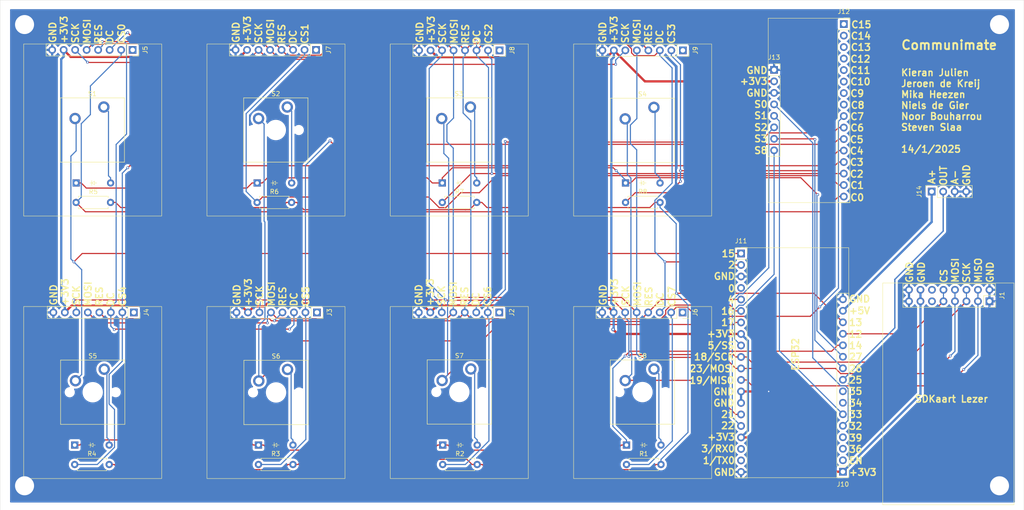
<source format=kicad_pcb>
(kicad_pcb (version 20240108) (generator "pcbnew") (generator_version "8.0")
  (title_block (title "Communimate PCB") (company "Hogeschool Rotterdam") (comment 4 "AISLER Project ID: PFBBNEEM"))
  (layers (0 "F.Cu" signal) (31 "B.Cu" signal) (34 "B.Paste" user) (35 "F.Paste" user) (36 "B.SilkS" user "B.Silkscreen") (37 "F.SilkS" user "F.Silkscreen") (38 "B.Mask" user) (39 "F.Mask" user) (44 "Edge.Cuts" user))
  (net 0 "")
  (net 1 "Net-(D1-A)")
  (net 2 "Row 0")
  (net 3 "Net-(D2-A)")
  (net 4 "Net-(D3-A)")
  (net 5 "Net-(D4-A)")
  (net 6 "Row 1")
  (net 7 "Net-(D5-A)")
  (net 8 "Net-(D6-A)")
  (net 9 "Net-(D7-A)")
  (net 10 "Net-(D8-A)")
  (net 11 "MISO")
  (net 12 "GND")
  (net 13 "MOSI")
  (net 14 "SCK")
  (net 15 "+3V3")
  (net 16 "SDCS")
  (net 17 "RES")
  (net 19 "DC")
  (net 20 "Channel 6")
  (net 22 "Channel 5")
  (net 23 "Channel 4")
  (net 26 "Channel 0")
  (net 28 "Channel 7")
  (net 30 "Channel 1")
  (net 32 "Channel 2")
  (net 33 "Channel 3")
  (net 35 "+5V")
  (net 38 "AUDIO")
  (net 39 "S3")
  (net 40 "S0")
  (net 44 "S1")
  (net 45 "PULLUP")
  (net 46 "Column 3")
  (net 47 "Column 1")
  (net 48 "S2")
  (net 50 "Column 0")
  (net 52 "Column 2")
  (net 53 "SCREENCS")
  (footprint "Connector_PinSocket_2.54mm:PinSocket_1x08_P2.54mm_Vertical" (layer "F.Cu") (at 151.58 111 -90)
    (property "Reference" "J2")
    (property "Value" "Conn_01x08")
  )
  (footprint "ScottoKeebs_Components:Diode_DO-35" (layer "F.Cu") (at 57.78 140.3)
    (property "Reference" "D5" (hide yes))
    (property "Value" "Diode" (hide yes))
  )
  (footprint "Connector_PinSocket_2.54mm:PinSocket_1x08_P2.54mm_Vertical" (layer "F.Cu") (at 70.84 111 -90)
    (property "Reference" "J4")
    (property "Value" "Conn_01x08")
  )
  (footprint "Resistor_THT:R_Axial_DIN0207_L6.3mm_D2.5mm_P7.62mm_Horizontal" (layer "F.Cu") (at 179.48 86.7)
    (property "Reference" "R8")
    (property "Value" "Resistor")
  )
  (footprint "Resistor_THT:R_Axial_DIN0207_L6.3mm_D2.5mm_P7.62mm_Horizontal" (layer "F.Cu") (at 57.78 144.6)
    (property "Reference" "R4")
    (property "Value" "Resistor")
  )
  (footprint "Connector_PinSocket_2.54mm:PinSocket_1x08_P2.54mm_Vertical" (layer "F.Cu") (at 192.14 53.1 -90)
    (property "Reference" "J9")
    (property "Value" "Conn_01x08")
  )
  (footprint "ScottoKeebs_Components:Diode_DO-35" (layer "F.Cu") (at 179.69 140.3)
    (property "Reference" "D8" (hide yes))
    (property "Value" "Diode" (hide yes))
  )
  (footprint "ScottoKeebs_Components:Diode_DO-35" (layer "F.Cu") (at 58.09 82.4)
    (property "Reference" "D1" (hide yes))
    (property "Value" "Diode" (hide yes))
  )
  (footprint "Resistor_THT:R_Axial_DIN0207_L6.3mm_D2.5mm_P7.62mm_Horizontal" (layer "F.Cu") (at 58.08 86.7)
    (property "Reference" "R5")
    (property "Value" "Resistor")
  )
  (footprint "Connector_PinSocket_2.54mm:PinSocket_1x04_P2.54mm_Vertical" (layer "F.Cu") (at 247.12 84.3 90)
    (property "Reference" "J14")
    (property "Value" "Conn_01x04")
  )
  (footprint "ScottoKeebs_MX:MX_PCB_1.00u" (layer "F.Cu") (at 61.67 70.7)
    (property "Reference" "S1")
    (property "Value" "Keyswitch")
  )
  (footprint "ScottoKeebs_MX:MX_PCB_1.00u" (layer "F.Cu") (at 102.26 128.68)
    (property "Reference" "S6")
    (property "Value" "Keyswitch")
  )
  (footprint "ScottoKeebs_MX:MX_PCB_1.00u" (layer "F.Cu") (at 61.76 128.63)
    (property "Reference" "S5")
    (property "Value" "Keyswitch")
  )
  (footprint "Connector_PinSocket_2.54mm:PinSocket_1x08_P2.54mm_Vertical" (layer "F.Cu") (at 212.3 57.41)
    (property "Reference" "J13")
    (property "Value" "Conn_01x08")
  )
  (footprint "ScottoKeebs_MX:MX_PCB_1.00u" (layer "F.Cu") (at 142.67 70.7)
    (property "Reference" "S3")
    (property "Value" "Keyswitch")
  )
  (footprint "Resistor_THT:R_Axial_DIN0207_L6.3mm_D2.5mm_P7.62mm_Horizontal" (layer "F.Cu") (at 179.69 144.6)
    (property "Reference" "R1")
    (property "Value" "Resistor")
  )
  (footprint "ScottoKeebs_MX:MX_PCB_1.00u" (layer "F.Cu") (at 102.21 70.7)
    (property "Reference" "S2")
    (property "Value" "Keyswitch")
  )
  (footprint "Connector_PinSocket_2.54mm:PinSocket_1x08_P2.54mm_Vertical" (layer "F.Cu") (at 151.64 53.1 -90)
    (property "Reference" "J8")
    (property "Value" "Conn_01x08")
  )
  (footprint "Resistor_THT:R_Axial_DIN0207_L6.3mm_D2.5mm_P7.62mm_Horizontal" (layer "F.Cu") (at 139.08 144.6)
    (property "Reference" "R2")
    (property "Value" "Resistor")
  )
  (footprint "ScottoKeebs_Components:Diode_DO-35" (layer "F.Cu") (at 179.48 82.4)
    (property "Reference" "D4" (hide yes))
    (property "Value" "Diode" (hide yes))
  )
  (footprint "Resistor_THT:R_Axial_DIN0207_L6.3mm_D2.5mm_P7.62mm_Horizontal" (layer "F.Cu") (at 138.99 86.7)
    (property "Reference" "R7")
    (property "Value" "Resistor")
  )
  (footprint "Connector_PinSocket_2.54mm:PinSocket_1x08_P2.54mm_Vertical" (layer "F.Cu") (at 70.58 53 -90)
    (property "Reference" "J5")
    (property "Value" "Conn_01x08")
  )
  (footprint "Connector_PinSocket_2.54mm:PinSocket_1x08_P2.54mm_Vertical" (layer "F.Cu") (at 111.1 53 -90)
    (property "Reference" "J7")
    (property "Value" "Conn_01x08")
  )
  (footprint "ScottoKeebs_Components:Diode_DO-35" (layer "F.Cu") (at 98.09 82.4)
    (property "Reference" "D2" (hide yes))
    (property "Value" "Diode" (hide yes))
  )
  (footprint "Connector_PinSocket_2.54mm:PinSocket_2x08_P2.54mm_Vertical" (layer "F.Cu") (at 259.88 108.54 -90)
    (property "Reference" "J1")
    (property "Value" "Conn_02x08_Counter_Clockwise")
  )
  (footprint "Connector_PinSocket_2.54mm:PinSocket_1x16_P2.54mm_Vertical" (layer "F.Cu") (at 227.5 146.2 180)
    (property "Reference" "J10")
    (property "Value" "Conn_01x16")
  )
  (footprint "Connector_PinSocket_2.54mm:PinSocket_1x16_P2.54mm_Vertical" (layer "F.Cu") (at 227.7 47.3)
    (property "Reference" "J12")
    (property "Value" "Conn_01x16")
  )
  (footprint "Connector_PinSocket_2.54mm:PinSocket_1x08_P2.54mm_Vertical" (layer "F.Cu") (at 111.3 111 -90)
    (property "Reference" "J3")
    (property "Value" "Conn_01x08")
  )
  (footprint "ScottoKeebs_Components:Diode_DO-35" (layer "F.Cu") (at 98.38 140.3)
    (property "Reference" "D6" (hide yes))
    (property "Value" "Diode" (hide yes))
  )
  (footprint "ScottoKeebs_MX:MX_PCB_1.00u" (layer "F.Cu") (at 183.21 70.78)
    (property "Reference" "S4")
    (property "Value" "Keyswitch")
  )
  (footprint "ScottoKeebs_Components:Diode_DO-35" (layer "F.Cu") (at 138.99 82.4)
    (property "Reference" "D3" (hide yes))
    (property "Value" "Diode" (hide yes))
  )
  (footprint "Resistor_THT:R_Axial_DIN0207_L6.3mm_D2.5mm_P7.62mm_Horizontal" (layer "F.Cu") (at 98.08 86.7)
    (property "Reference" "R6")
    (property "Value" "Resistor")
  )
  (footprint "ScottoKeebs_MX:MX_PCB_1.00u" (layer "F.Cu") (at 142.76 128.58)
    (property "Reference" "S7")
    (property "Value" "Keyswitch")
  )
  (footprint "Connector_PinSocket_2.54mm:PinSocket_1x08_P2.54mm_Vertical" (layer "F.Cu") (at 192.1 111 -90)
    (property "Reference" "J6")
    (property "Value" "Conn_01x08")
  )
  (footprint "Resistor_THT:R_Axial_DIN0207_L6.3mm_D2.5mm_P7.62mm_Horizontal" (layer "F.Cu") (at 98.38 144.6)
    (property "Reference" "R3")
    (property "Value" "Resistor")
  )
  (footprint "ScottoKeebs_MX:MX_PCB_1.00u" (layer "F.Cu") (at 183.22 128.6)
    (property "Reference" "S8")
    (property "Value" "Keyswitch")
  )
  (footprint "Connector_PinSocket_2.54mm:PinSocket_1x20_P2.54mm_Vertical" (layer "F.Cu") (at 205 97.98)
    (property "Reference" "J11")
    (property "Value" "Conn_01x20")
  )
  (footprint "ScottoKeebs_Components:Diode_DO-35" (layer "F.Cu") (at 139.09 140.3)
    (property "Reference" "D7" (hide yes))
    (property "Value" "Diode" (hide yes))
  )
  (gr_rect (start 168 109.7) (end 198.5 147.7) (stroke (width 0.1)) (fill none) (layer "F.SilkS"))
  (gr_rect (start 87 109.7) (end 117.5 147.7) (stroke (width 0.1)) (fill none) (layer "F.SilkS"))
  (gr_rect (start 46.5 51.7) (end 77 89.7) (stroke (width 0.1)) (fill none) (layer "F.SilkS"))
  (gr_rect (start 87 51.7) (end 117.5 89.7) (stroke (width 0.1)) (fill none) (layer "F.SilkS"))
  (gr_rect (start 127.5 109.7) (end 158 147.7) (stroke (width 0.1)) (fill none) (layer "F.SilkS"))
  (gr_rect (start 236.3 104.5) (end 265.3 153.5) (stroke (width 0.1)) (fill none) (layer "F.SilkS"))
  (gr_rect (start 127.5 51.7) (end 158 89.7) (stroke (width 0.1)) (fill none) (layer "F.SilkS"))
  (gr_rect (start 168 51.7) (end 198.5 89.7) (stroke (width 0.1)) (fill none) (layer "F.SilkS"))
  (gr_rect (start 211 46) (end 229.03 86.73) (stroke (width 0.1)) (fill none) (layer "F.SilkS"))
  (gr_rect (start 203.7 96.7) (end 228.8 147.5) (stroke (width 0.1)) (fill none) (layer "F.SilkS"))
  (gr_rect (start 46.5 109.7) (end 77 147.7) (stroke (width 0.1)) (fill none) (layer "F.SilkS"))
  (gr_rect (start 41.3 42) (end 267.5 154.7) (stroke (width 0.05)) (fill none) (layer "Edge.Cuts"))
  (gr_text "+3V3" (at 56.5 109.7 90) (layer "F.SilkS") (effects (font (size 1.5 1.5) (thickness 0.3) (bold yes)) (justify left bottom)))
  (gr_text "SCK\n" (at 180.4 109.7 90) (layer "F.SilkS") (effects (font (size 1.5 1.5) (thickness 0.3) (bold yes)) (justify left bottom)))
  (gr_text "RES" (at 185.5 109.8 90) (layer "F.SilkS") (effects (font (size 1.5 1.5) (thickness 0.3) (bold yes)) (justify left bottom)))
  (gr_text "+3V3" (at 137.2 109.7 90) (layer "F.SilkS") (effects (font (size 1.5 1.5) (thickness 0.3) (bold yes)) (justify left bottom)))
  (gr_text "2" (at 203.8 101.4 0) (layer "F.SilkS") (effects (font (size 1.5 1.5) (thickness 0.3) (bold yes)) (justify right bottom)))
  (gr_text "MOSI" (at 183 109.8 90) (layer "F.SilkS") (effects (font (size 1.5 1.5) (thickness 0.3) (bold yes)) (justify left bottom)))
  (gr_text "GND" (at 245.7 104.6 90) (layer "F.SilkS") (effects (font (size 1.5 1.5) (thickness 0.3) (bold yes)) (justify left bottom)))
  (gr_text "3/RX0" (at 203.8 142 0) (layer "F.SilkS") (effects (font (size 1.5 1.5) (thickness 0.3) (bold yes)) (justify right bottom)))
  (gr_text "CS5" (at 109.7 109.8 90) (layer "F.SilkS") (effects (font (size 1.5 1.5) (thickness 0.3) (bold yes)) (justify left bottom)))
  (gr_text "MOSI" (at 61.6 109.8 90) (layer "F.SilkS") (effects (font (size 1.5 1.5) (thickness 0.3) (bold yes)) (justify left bottom)))
  (gr_text "C4" (at 228.9 76.2 0) (layer "F.SilkS") (effects (font (size 1.5 1.5) (thickness 0.3) (bold yes)) (justify left bottom)))
  (gr_text "C3" (at 228.9 78.7 0) (layer "F.SilkS") (effects (font (size 1.5 1.5) (thickness 0.3) (bold yes)) (justify left bottom)))
  (gr_text "GND" (at 203.8 147.2 0) (layer "F.SilkS") (effects (font (size 1.5 1.5) (thickness 0.3) (bold yes)) (justify right bottom)))
  (gr_text "RES" (at 64.1 109.8 90) (layer "F.SilkS") (effects (font (size 1.5 1.5) (thickness 0.3) (bold yes)) (justify left bottom)))
  (gr_text "MISO" (at 258.3 104.6 90) (layer "F.SilkS") (effects (font (size 1.5 1.5) (thickness 0.3) (bold yes)) (justify left bottom)))
  (gr_text "CS3" (at 190.5 51.8 90) (layer "F.SilkS") (effects (font (size 1.5 1.5) (thickness 0.3) (bold yes)) (justify left bottom)))
  (gr_text "35" (at 228.7 129.3 0) (layer "F.SilkS") (effects (font (size 1.5 1.5) (thickness 0.3) (bold yes)) (justify left bottom)))
  (gr_text "GND" (at 134.9 51.6 90) (layer "F.SilkS") (effects (font (size 1.5 1.5) (thickness 0.3) (bold yes)) (justify left bottom)))
  (gr_text "C6" (at 229 71.1 0) (layer "F.SilkS") (effects (font (size 1.5 1.5) (thickness 0.3) (bold yes)) (justify left bottom)))
  (gr_text "33" (at 228.7 134.4 0) (layer "F.SilkS") (effects (font (size 1.5 1.5) (thickness 0.3) (bold yes)) (justify left bottom)))
  (gr_text "GND" (at 203.8 103.9 0) (layer "F.SilkS") (effects (font (size 1.5 1.5) (thickness 0.3) (bold yes)) (justify right bottom)))
  (gr_text "14" (at 228.7 119.2 0) (layer "F.SilkS") (effects (font (size 1.5 1.5) (thickness 0.3) (bold yes)) (justify left bottom)))
  (gr_text "MOSI" (at 101.9 51.8 90) (layer "F.SilkS") (effects (font (size 1.5 1.5) (thickness 0.3) (bold yes)) (justify left bottom)))
  (gr_text "GND" (at 175.4 109.6 90) (layer "F.SilkS") (effects (font (size 1.5 1.5) (thickness 0.3) (bold yes)) (justify left bottom)))
  (gr_text "C5" (at 228.9 73.7 0) (layer "F.SilkS") (effects (font (size 1.5 1.5) (thickness 0.3) (bold yes)) (justify left bottom)))
  (gr_text "ESP32\n" (at 217.9 116.5 90) (layer "F.SilkS") (effects (font (size 1.5 1.5) (thickness 0.3) (bold yes)) (justify right bottom)))
  (gr_text "DC" (at 66.6 109.8 90) (layer "F.SilkS") (effects (font (size 1.5 1.5) (thickness 0.3) (bold yes)) (justify left bottom)))
  (gr_text "SDKaart Lezer" (at 259.7 131 0) (layer "F.SilkS") (effects (font (size 1.5 1.5) (thickness 0.3) (bold yes)) (justify right bottom)))
  (gr_text "32" (at 228.7 137 0) (layer "F.SilkS") (effects (font (size 1.5 1.5) (thickness 0.3) (bold yes)) (justify left bottom)))
  (gr_text "+3V3" (at 177.9 109.7 90) (layer "F.SilkS") (effects (font (size 1.5 1.5) (thickness 0.3) (bold yes)) (justify left bottom)))
  (gr_text "C0\n" (at 229 86.5 0) (layer "F.SilkS") (effects (font (size 1.5 1.5) (thickness 0.3) (bold yes)) (justify left bottom)))
  (gr_text "GND" (at 94.3 51.6 90) (layer "F.SilkS") (effects (font (size 1.5 1.5) (thickness 0.3) (bold yes)) (justify left bottom)))
  (gr_text "DC" (at 66.4 51.8 90) (layer "F.SilkS") (effects (font (size 1.5 1.5) (thickness 0.3) (bold yes)) (justify left bottom)))
  (gr_text "19/MISO" (at 203.7 126.9 0) (layer "F.SilkS") (effects (font (size 1.5 1.5) (thickness 0.3) (bold yes)) (justify right bottom)))
  (gr_text "GND" (at 211 58.4 0) (layer "F.SilkS") (effects (font (size 1.5 1.5) (thickness 0.3) (bold yes)) (justify right bottom)))
  (gr_text "25" (at 228.7 126.8 0) (layer "F.SilkS") (effects (font (size 1.5 1.5) (thickness 0.3) (bold yes)) (justify left bottom)))
  (gr_text "RES" (at 104.4 51.8 90) (layer "F.SilkS") (effects (font (size 1.5 1.5) (thickness 0.3) (bold yes)) (justify left bottom)))
  (gr_text "GND" (at 243.1 104.6 90) (layer "F.SilkS") (effects (font (size 1.5 1.5) (thickness 0.3) (bold yes)) (justify left bottom)))
  (gr_text "RES" (at 63.9 51.8 90) (layer "F.SilkS") (effects (font (size 1.5 1.5) (thickness 0.3) (bold yes)) (justify left bottom)))
  (gr_text "0" (at 203.8 106.6 0) (layer "F.SilkS") (effects (font (size 1.5 1.5) (thickness 0.3) (bold yes)) (justify right bottom)))
  (gr_text "4" (at 203.7 109.1 0) (layer "F.SilkS") (effects (font (size 1.5 1.5) (thickness 0.3) (bold yes)) (justify right bottom)))
  (gr_text "S0" (at 211 65.9 0) (layer "F.SilkS") (effects (font (size 1.5 1.5) (thickness 0.3) (bold yes)) (justify right bottom)))
  (gr_text "SCK\n" (at 180.3 51.7 90) (layer "F.SilkS") (effects (font (size 1.5 1.5) (thickness 0.3) (bold yes)) (justify left bottom)))
  (gr_text "36" (at 228.7 142.1 0) (layer "F.SilkS") (effects (font (size 1.5 1.5) (thickness 0.3) (bold yes)) (justify left bottom)))
  (gr_text "12" (at 228.7 116.7 0) (layer "F.SilkS") (effects (font (size 1.5 1.5) (thickness 0.3) (bold yes)) (justify left bottom)))
  (gr_text "27" (at 228.7 121.7 0) (layer "F.SilkS") (effects (font (size 1.5 1.5) (thickness 0.3) (bold yes)) (justify left bottom)))
  (gr_text "+3V3" (at 56.3 51.7 90) (layer "F.SilkS") (effects (font (size 1.5 1.5) (thickness 0.3) (bold yes)) (justify left bottom)))
  (gr_text "GND" (at 175.3 51.6 90) (layer "F.SilkS") (effects (font (size 1.5 1.5) (thickness 0.3) (bold yes)) (justify left bottom)))
  (gr_text "C2" (at 228.9 81.3 0) (layer "F.SilkS") (effects (font (size 1.5 1.5) (thickness 0.3) (bold yes)) (justify left bottom)))
  (gr_text "CS4\n" (at 69.2 109.8 90) (layer "F.SilkS") (effects (font (size 1.5 1.5) (thickness 0.3) (bold yes)) (justify left bottom)))
  (gr_text "C14" (at 229.1 50.8 0) (layer "F.SilkS") (effects (font (size 1.5 1.5) (thickness 0.3) (bold yes)) (justify left bottom)))
  (gr_text "A+" (at 248 82.8 90) (layer "F.SilkS") (effects (font (size 1.5 1.5) (thickness 0.3) (bold yes)) (justify left bottom)))
  (gr_text "GND" (at 255.7 83.1 90) (layer "F.SilkS") (effects (font (size 1.5 1.5) (thickness 0.3) (bold yes)) (justify left bottom)))
  (gr_text "SCK" (at 255.7 104.6 90) (layer "F.SilkS") (effects (font (size 1.5 1.5) (thickness 0.3) (bold yes)) (justify left bottom)))
  (gr_text "EN" (at 228.7 144.6 0) (layer "F.SilkS") (effects (font (size 1.5 1.5) (thickness 0.3) (bold yes)) (justify left bottom)))
  (gr_text "GND" (at 211 63.4 0) (layer "F.SilkS") (effects (font (size 1.5 1.5) (thickness 0.3) (bold yes)) (justify right bottom)))
  (gr_text "CS2" (at 150.1 51.8 90) (layer "F.SilkS") (effects (font (size 1.5 1.5) (thickness 0.3) (bold yes)) (justify left bottom)))
  (gr_text "C1" (at 229 83.8 0) (layer "F.SilkS") (effects (font (size 1.5 1.5) (thickness 0.3) (bold yes)) (justify left bottom)))
  (gr_text "21" (at 203.7 134.4 0) (layer "F.SilkS") (effects (font (size 1.5 1.5) (thickness 0.3) (bold yes)) (justify right bottom)))
  (gr_text "GND" (at 228.7 108.9 0) (layer "F.SilkS") (effects (font (size 1.5 1.5) (thickness 0.3) (bold yes)) (justify left bottom)))
  (gr_text "MOSI" (at 142.3 109.8 90) (layer "F.SilkS") (effects (font (size 1.5 1.5) (thickness 0.3) (bold yes)) (justify left bottom)))
  (gr_text "26" (at 228.7 124.3 0) (layer "F.SilkS") (effects (font (size 1.5 1.5) (thickness 0.3) (bold yes)) (justify left bottom)))
  (gr_text "MOSI" (at 182.9 51.8 90) (layer "F.SilkS") (effects (font (size 1.5 1.5) (thickness 0.3) (bold yes)) (justify left bottom)))
  (gr_text "+5V" (at 228.7 111.5 0) (layer "F.SilkS") (effects (font (size 1.5 1.5) (thickness 0.3) (bold yes)) (justify left bottom)))
  (gr_text "Communimate" (at 240.2 53.1 0) (layer "F.SilkS") (effects (font (size 2 2) (thickness 0.4) (bold yes)) (justify left bottom)))
  (gr_text "GND" (at 53.8 51.6 90) (layer "F.SilkS") (effects (font (size 1.5 1.5) (thickness 0.3) (bold yes)) (justify left bottom)))
  (gr_text "SCK\n" (at 99.3 51.7 90) (layer "F.SilkS") (effects (font (size 1.5 1.5) (thickness 0.3) (bold yes)) (justify left bottom)))
  (gr_text "A-" (at 253.1 82.9 90) (layer "F.SilkS") (effects (font (size 1.5 1.5) (thickness 0.3) (bold yes)) (justify left bottom)))
  (gr_text "5/SS" (at 203.7 119.2 0) (layer "F.SilkS") (effects (font (size 1.5 1.5) (thickness 0.3) (bold yes)) (justify right bottom)))
  (gr_text "C15" (at 229.2 48.3 0) (layer "F.SilkS") (effects (font (size 1.5 1.5) (thickness 0.3) (bold yes)) (justify left bottom)))
  (gr_text "GND" (at 54 109.6 90) (layer "F.SilkS") (effects (font (size 1.5 1.5) (thickness 0.3) (bold yes)) (justify left bottom)))
  (gr_text "+3V3" (at 177.8 51.7 90) (layer "F.SilkS") (effects (font (size 1.5 1.5) (thickness 0.3) (bold yes)) (justify left bottom)))
  (gr_text "CS7" (at 190.6 109.8 90) (layer "F.SilkS") (effects (font (size 1.5 1.5) (thickness 0.3) (bold yes)) (justify left bottom)))
  (gr_text "DC" (at 187.9 51.8 90) (layer "F.SilkS") (effects (font (size 1.5 1.5) (thickness 0.3) (bold yes)) (justify left bottom)))
  (gr_text "17" (at 203.7 114.1 0) (layer "F.SilkS") (effects (font (size 1.5 1.5) (thickness 0.3) (bold yes)) (justify right bottom)))
  (gr_text "CS1\n" (at 109.5 51.8 90) (layer "F.SilkS") (effects (font (size 1.5 1.5) (thickness 0.3) (bold yes)) (justify left bottom)))
  (gr_text "39" (at 228.7 139.6 0) (layer "F.SilkS") (effects (font (size 1.5 1.5) (thickness 0.3) (bold yes)) (justify left bottom)))
  (gr_text "RES" (at 185.4 51.8 90) (layer "F.SilkS") (effects (font (size 1.5 1.5) (thickness 0.3) (bold yes)) (justify left bottom)))
  (gr_text "16" (at 203.7 111.6 0) (layer "F.SilkS") (effects (font (size 1.5 1.5) (thickness 0.3) (bold yes)) (justify right bottom)))
  (gr_text "15" (at 203.8 98.9 0) (layer "F.SilkS") (effects (font (size 1.5 1.5) (thickness 0.3) (bold yes)) (justify right bottom)))
  (gr_text "RES" (at 145 51.8 90) (layer "F.SilkS") (effects (font (size 1.5 1.5) (thickness 0.3) (bold yes)) (justify left bottom)))
  (gr_text "SCK\n" (at 139.9 51.7 90) (layer "F.SilkS") (effects (font (size 1.5 1.5) (thickness 0.3) (bold yes)) (justify left bottom)))
  (gr_text "S3" (at 211 73.5 0) (layer "F.SilkS") (effects (font (size 1.5 1.5) (thickness 0.3) (bold yes)) (justify right bottom)))
  (gr_text "CS" (at 250.7 104.6 90) (layer "F.SilkS") (effects (font (size 1.5 1.5) (thickness 0.3) (bold yes)) (justify left bottom)))
  (gr_text "MOSI" (at 61.4 51.8 90) (layer "F.SilkS") (effects (font (size 1.5 1.5) (thickness 0.3) (bold yes)) (justify left bottom)))
  (gr_text "23/MOSI" (at 203.7 124.3 0) (layer "F.SilkS") (effects (font (size 1.5 1.5) (thickness 0.3) (bold yes)) (justify right bottom)))
  (gr_text "CS6" (at 149.9 109.8 90) (layer "F.SilkS") (effects (font (size 1.5 1.5) (thickness 0.3) (bold yes)) (justify left bottom)))
  (gr_text "C11" (at 229 58.4 0) (layer "F.SilkS") (effects (font (size 1.5 1.5) (thickness 0.3) (bold yes)) (justify left bottom)))
  (gr_text "DC" (at 188 109.8 90) (layer "F.SilkS") (effects (font (size 1.5 1.5) (thickness 0.3) (bold yes)) (justify left bottom)))
  (gr_text "1/TX0" (at 203.8 144.6 0) (layer "F.SilkS") (effects (font (size 1.5 1.5) (thickness 0.3) (bold yes)) (justify right bottom)))
  (gr_text "GND" (at 94.5 109.6 90) (layer "F.SilkS") (effects (font (size 1.5 1.5) (thickness 0.3) (bold yes)) (justify left bottom)))
  (gr_text "C7" (at 229 68.6 0) (layer "F.SilkS") (effects (font (size 1.5 1.5) (thickness 0.3) (bold yes)) (justify left bottom)))
  (gr_text "+3V3" (at 228.7 147.2 0) (layer "F.SilkS") (effects (font (size 1.5 1.5) (thickness 0.3) (bold yes)) (justify left bottom)))
  (gr_text "DC" (at 107.1 109.8 90) (layer "F.SilkS") (effects (font (size 1.5 1.5) (thickness 0.3) (bold yes)) (justify left bottom)))
  (gr_text "GND" (at 203.7 129.4 0) (layer "F.SilkS") (effects (font (size 1.5 1.5) (thickness 0.3) (bold yes)) (justify right bottom)))
  (gr_text "S2" (at 211 71 0) (layer "F.SilkS") (effects (font (size 1.5 1.5) (thickness 0.3) (bold yes)) (justify right bottom)))
  (gr_text "S1\n" (at 211 68.4 0) (layer "F.SilkS") (effects (font (size 1.5 1.5) (thickness 0.3) (bold yes)) (justify right bottom)))
  (gr_text "+3V3" (at 203.7 116.6 0) (layer "F.SilkS") (effects (font (size 1.5 1.5) (thickness 0.3) (bold yes)) (justify right bottom)))
  (gr_text "C12" (at 229 55.9 0) (layer "F.SilkS") (effects (font (size 1.5 1.5) (thickness 0.3) (bold yes)) (justify left bottom)))
  (gr_text "SCK\n" (at 99.5 109.7 90) (layer "F.SilkS") (effects (font (size 1.5 1.5) (thickness 0.3) (bold yes)) (justify left bottom)))
  (gr_text "GND" (at 134.7 109.6 90) (layer "F.SilkS") (effects (font (size 1.5 1.5) (thickness 0.3) (bold yes)) (justify left bottom)))
  (gr_text "OUT" (at 250.6 83.1 90) (layer "F.SilkS") (effects (font (size 1.5 1.5) (thickness 0.3) (bold yes)) (justify left bottom)))
  (gr_text "Kieran Julien\nJeroen de Kreij\nMika Heezen\nNiels de Gier\nNoor Bouharrou\nSteven Slaa\n\n14/1/2025" (at 240.2 75.8 0) (layer "F.SilkS") (effects (font (size 1.5 1.5) (thickness 0.3) (bold yes)) (justify left bottom)))
  (gr_text "+3V3\n" (at 203.8 139.4 0) (layer "F.SilkS") (effects (font (size 1.5 1.5) (thickness 0.3) (bold yes)) (justify right bottom)))
  (gr_text "SCK\n" (at 139.7 109.7 90) (layer "F.SilkS") (effects (font (size 1.5 1.5) (thickness 0.3) (bold yes)) (justify left bottom)))
  (gr_text "RES" (at 104.6 109.8 90) (layer "F.SilkS") (effects (font (size 1.5 1.5) (thickness 0.3) (bold yes)) (justify left bottom)))
  (gr_text "C10" (at 229 60.9 0) (layer "F.SilkS") (effects (font (size 1.5 1.5) (thickness 0.3) (bold yes)) (justify left bottom)))
  (gr_text "+3V3" (at 97 109.7 90) (layer "F.SilkS") (effects (font (size 1.5 1.5) (thickness 0.3) (bold yes)) (justify left bottom)))
  (gr_text "+3V3" (at 137.4 51.7 90) (layer "F.SilkS") (effects (font (size 1.5 1.5) (thickness 0.3) (bold yes)) (justify left bottom)))
  (gr_text "13" (at 228.7 114.1 0) (layer "F.SilkS") (effects (font (size 1.5 1.5) (thickness 0.3) (bold yes)) (justify left bottom)))
  (gr_text "C8" (at 229.1 66.1 0) (layer "F.SilkS") (effects (font (size 1.5 1.5) (thickness 0.3) (bold yes)) (justify left bottom)))
  (gr_text "DC" (at 147.5 51.8 90) (layer "F.SilkS") (effects (font (size 1.5 1.5) (thickness 0.3) (bold yes)) (justify left bottom)))
  (gr_text "GND" (at 260.9 104.6 90) (layer "F.SilkS") (effects (font (size 1.5 1.5) (thickness 0.3) (bold yes)) (justify left bottom)))
  (gr_text "C13" (at 229.1 53.3 0) (layer "F.SilkS") (effects (font (size 1.5 1.5) (thickness 0.3) (bold yes)) (justify left bottom)))
  (gr_text "SCK\n" (at 59 109.7 90) (layer "F.SilkS") (effects (font (size 1.5 1.5) (thickness 0.3) (bold yes)) (justify left bottom)))
  (gr_text "MOSI" (at 142.5 51.8 90) (layer "F.SilkS") (effects (font (size 1.5 1.5) (thickness 0.3) (bold yes)) (justify left bottom)))
  (gr_text "RES" (at 144.8 109.8 90) (layer "F.SilkS") (effects (font (size 1.5 1.5) (thickness 0.3) (bold yes)) (justify left bottom)))
  (gr_text "CS0" (at 69 51.8 90) (layer "F.SilkS") (effects (font (size 1.5 1.5) (thickness 0.3) (bold yes)) (justify left bottom)))
  (gr_text "C9" (at 229 63.5 0) (layer "F.SilkS") (effects (font (size 1.5 1.5) (thickness 0.3) (bold yes)) (justify left bottom)))
  (gr_text "22" (at 203.7 136.9 0) (layer "F.SilkS") (effects (font (size 1.5 1.5) (thickness 0.3) (bold yes)) (justify right bottom)))
  (gr_text "+3V3\n" (at 211 60.8 0) (layer "F.SilkS") (effects (font (size 1.5 1.5) (thickness 0.3) (bold yes)) (justify right bottom)))
  (gr_text "S8" (at 211 76.1 0) (layer "F.SilkS") (effects (font (size 1.5 1.5) (thickness 0.3) (bold yes)) (justify right bottom)))
  (gr_text "DC" (at 147.3 109.8 90) (layer "F.SilkS") (effects (font (size 1.5 1.5) (thickness 0.3) (bold yes)) (justify left bottom)))
  (gr_text "GND" (at 203.7 131.9 0) (layer "F.SilkS") (effects (font (size 1.5 1.5) (thickness 0.3) (bold yes)) (justify right bottom)))
  (gr_text "+3V3" (at 96.8 51.7 90) (layer "F.SilkS") (effects (font (size 1.5 1.5) (thickness 0.3) (bold yes)) (justify left bottom)))
  (gr_text "18/SCK" (at 203.7 121.7 0) (layer "F.SilkS") (effects (font (size 1.5 1.5) (thickness 0.3) (bold yes)) (justify right bottom)))
  (gr_text "SCK\n" (at 58.8 51.7 90) (layer "F.SilkS") (effects (font (size 1.5 1.5) (thickness 0.3) (bold yes)) (justify left bottom)))
  (gr_text "MOSI" (at 102.1 109.8 90) (layer "F.SilkS") (effects (font (size 1.5 1.5) (thickness 0.3) (bold yes)) (justify left bottom)))
  (gr_text "DC" (at 106.9 51.8 90) (layer "F.SilkS") (effects (font (size 1.5 1.5) (thickness 0.3) (bold yes)) (justify left bottom)))
  (gr_text "MOSI" (at 253.2 104.6 90) (layer "F.SilkS") (effects (font (size 1.5 1.5) (thickness 0.3) (bold yes)) (justify left bottom)))
  (gr_text "34" (at 228.7 131.9 0) (layer "F.SilkS") (effects (font (size 1.5 1.5) (thickness 0.3) (bold yes)) (justify left bottom)))
  (segment (start 64.21 65.62) (end 65.2431 66.6531) (width 0.25) (layer "B.Cu") (net 1))
  (segment (start 65.2431 80.8064) (end 65.71 81.2733) (width 0.25) (layer "B.Cu") (net 1))
  (segment (start 65.2431 66.6531) (end 65.2431 80.8064) (width 0.25) (layer "B.Cu") (net 1))
  (segment (start 65.71 82.4) (end 65.71 81.2733) (width 0.25) (layer "B.Cu") (net 1))
  (segment (start 180.6067 82.4) (end 181.7804 81.2263) (width 0.25) (layer "F.Cu") (net 2))
  (segment (start 138.99 82.4) (end 136.8 82.4) (width 0.25) (layer "F.Cu") (net 2))
  (segment (start 135.6733 81.2733) (end 100.3434 81.2733) (width 0.25) (layer "F.Cu") (net 2))
  (segment (start 58.09 82.4) (end 59.2167 82.4) (width 0.25) (layer "F.Cu") (net 2))
  (segment (start 177.4121 79.6784) (end 176.7706 79.0369) (width 0.25) (layer "F.Cu") (net 2))
  (segment (start 141.2264 79.0369) (end 138.99 81.2733) (width 0.25) (layer "F.Cu") (net 2))
  (segment (start 218.1894 81.2263) (end 221.9422 84.9791) (width 0.25) (layer "F.Cu") (net 2))
  (segment (start 96.9633 82.4) (end 95.8366 83.5267) (width 0.25) (layer "F.Cu") (net 2))
  (segment (start 181.7804 81.2263) (end 218.1894 81.2263) (width 0.25) (layer "F.Cu") (net 2))
  (segment (start 179.48 82.4) (end 180.6067 82.4) (width 0.25) (layer "F.Cu") (net 2))
  (segment (start 95.8366 83.5267) (end 60.3434 83.5267) (width 0.25) (layer "F.Cu") (net 2))
  (segment (start 99.2167 82.4) (end 98.09 82.4) (width 0.25) (layer "F.Cu") (net 2))
  (segment (start 138.99 81.2733) (end 138.99 82.4) (width 0.25) (layer "F.Cu") (net 2))
  (segment (start 136.8 82.4) (end 135.6733 81.2733) (width 0.25) (layer "F.Cu") (net 2))
  (segment (start 98.09 82.4) (end 96.9633 82.4) (width 0.25) (layer "F.Cu") (net 2))
  (segment (start 60.3434 83.5267) (end 59.2167 82.4) (width 0.25) (layer "F.Cu") (net 2))
  (segment (start 100.3434 81.2733) (end 99.2167 82.4) (width 0.25) (layer "F.Cu") (net 2))
  (segment (start 176.7706 79.0369) (end 141.2264 79.0369) (width 0.25) (layer "F.Cu") (net 2))
  (via (at 177.4121 79.6784) (size 0.6) (drill 0.3) (layers "F.Cu" "B.Cu") (net 2))
  (via (at 221.9422 84.9791) (size 0.6) (drill 0.3) (layers "F.Cu" "B.Cu") (net 2))
  (segment (start 179.48 81.7463) (end 177.4121 79.6784) (width 0.25) (layer "B.Cu") (net 2))
  (segment (start 221.9422 84.9791) (end 221.7599 85.1614) (width 0.25) (layer "B.Cu") (net 2))
  (segment (start 221.7599 85.1614) (end 221.7599 115.0599) (width 0.25) (layer "B.Cu") (net 2))
  (segment (start 179.48 82.4) (end 179.48 81.7463) (width 0.25) (layer "B.Cu") (net 2))
  (segment (start 221.7599 115.0599) (end 227.5 120.8) (width 0.25) (layer "B.Cu") (net 2))
  (segment (start 105.71 66.58) (end 105.71 82.4) (width 0.25) (layer "B.Cu") (net 3))
  (segment (start 104.75 65.62) (end 105.71 66.58) (width 0.25) (layer "B.Cu") (net 3))
  (segment (start 145.21 65.62) (end 146.1431 66.5531) (width 0.25) (layer "B.Cu") (net 4))
  (segment (start 146.1431 80.8064) (end 146.61 81.2733) (width 0.25) (layer "B.Cu") (net 4))
  (segment (start 146.61 82.4) (end 146.61 81.2733) (width 0.25) (layer "B.Cu") (net 4))
  (segment (start 146.1431 66.5531) (end 146.1431 80.8064) (width 0.25) (layer "B.Cu") (net 4))
  (segment (start 185.75 65.7) (end 186 65.95) (width 0.25) (layer "B.Cu") (net 5))
  (segment (start 186 65.95) (end 186 80.1733) (width 0.25) (layer "B.Cu") (net 5))
  (segment (start 186 80.1733) (end 187.1 81.2733) (width 0.25) (layer "B.Cu") (net 5))
  (segment (start 187.1 81.2733) (end 187.1 82.4) (width 0.25) (layer "B.Cu") (net 5))
  (segment (start 180.4471 119.5746) (end 180.4471 119.5747) (width 0.25) (layer "F.Cu") (net 6))
  (segment (start 177.4366 141.4267) (end 178.5633 140.3) (width 0.25) (layer "F.Cu") (net 6))
  (segment (start 137.9633 140.3) (end 136.8366 141.4267) (width 0.25) (layer "F.Cu") (net 6))
  (segment (start 98.38 140.3) (end 99.5067 140.3) (width 0.25) (layer "F.Cu") (net 6))
  (segment (start 98.38 140.3) (end 97.2533 140.3) (width 0.25) (layer "F.Cu") (net 6))
  (segment (start 141.3434 141.4267) (end 177.4366 141.4267) (width 0.25) (layer "F.Cu") (net 6))
  (segment (start 97.2533 140.3) (end 96.1266 139.1733) (width 0.25) (layer "F.Cu") (net 6))
  (segment (start 60.0334 139.1733) (end 58.9067 140.3) (width 0.25) (layer "F.Cu") (net 6))
  (segment (start 225.0087 119.5746) (end 180.4471 119.5746) (width 0.25) (layer "F.Cu") (net 6))
  (segment (start 139.09 140.3) (end 140.2167 140.3) (width 0.25) (layer "F.Cu") (net 6))
  (segment (start 136.8366 141.4267) (end 100.6334 141.4267) (width 0.25) (layer "F.Cu") (net 6))
  (segment (start 227.5 118.26) (end 226.3233 118.26) (width 0.25) (layer "F.Cu") (net 6))
  (segment (start 139.09 140.3) (end 137.9633 140.3) (width 0.25) (layer "F.Cu") (net 6))
  (segment (start 226.3233 118.26) (end 225.0087 119.5746) (width 0.25) (layer "F.Cu") (net 6))
  (segment (start 100.6334 141.4267) (end 99.5067 140.3) (width 0.25) (layer "F.Cu") (net 6))
  (segment (start 57.78 140.3) (end 58.9067 140.3) (width 0.25) (layer "F.Cu") (net 6))
  (segment (start 179.69 140.3) (end 178.5633 140.3) (width 0.25) (layer "F.Cu") (net 6))
  (segment (start 96.1266 139.1733) (end 60.0334 139.1733) (width 0.25) (layer "F.Cu") (net 6))
  (segment (start 140.2167 140.3) (end 141.3434 141.4267) (width 0.25) (layer "F.Cu") (net 6))
  (segment (start 180.4471 119.5747) (end 179.3895 120.6323) (width 0.25) (layer "F.Cu") (net 6))
  (via (at 179.3895 120.6323) (size 0.6) (drill 0.3) (layers "F.Cu" "B.Cu") (net 6))
  (segment (start 179.69 140.3) (end 179.69 139.1733) (width 0.25) (layer "B.Cu") (net 6))
  (segment (start 176.6807 136.164) (end 176.6807 123.3411) (width 0.25) (layer "B.Cu") (net 6))
  (segment (start 176.6807 123.3411) (end 179.3895 120.6323) (width 0.25) (layer "B.Cu") (net 6))
  (segment (start 179.69 139.1733) (end 176.6807 136.164) (width 0.25) (layer "B.Cu") (net 6))
  (segment (start 65.4 140.3) (end 65.4 139.1733) (width 0.25) (layer "B.Cu") (net 7))
  (segment (start 64.3 123.55) (end 64.9045 124.1545) (width 0.25) (layer "B.Cu") (net 7))
  (segment (start 64.9045 138.6778) (end 65.4 139.1733) (width 0.25) (layer "B.Cu") (net 7))
  (segment (start 64.9045 124.1545) (end 64.9045 138.6778) (width 0.25) (layer "B.Cu") (net 7))
  (segment (start 104.8 123.6) (end 105.5955 124.3955) (width 0.25) (layer "B.Cu") (net 8))
  (segment (start 105.5955 138.7688) (end 106 139.1733) (width 0.25) (layer "B.Cu") (net 8))
  (segment (start 105.5955 124.3955) (end 105.5955 138.7688) (width 0.25) (layer "B.Cu") (net 8))
  (segment (start 106 140.3) (end 106 139.1733) (width 0.25) (layer "B.Cu") (net 8))
  (segment (start 146.1398 124.3398) (end 146.1398 138.6031) (width 0.25) (layer "B.Cu") (net 9))
  (segment (start 146.1398 138.6031) (end 146.71 139.1733) (width 0.25) (layer "B.Cu") (net 9))
  (segment (start 146.71 140.3) (end 146.71 139.1733) (width 0.25) (layer "B.Cu") (net 9))
  (segment (start 145.3 123.5) (end 146.1398 124.3398) (width 0.25) (layer "B.Cu") (net 9))
  (segment (start 186.8431 124.6031) (end 186.8431 138.7064) (width 0.25) (layer "B.Cu") (net 10))
  (segment (start 185.76 123.52) (end 186.8431 124.6031) (width 0.25) (layer "B.Cu") (net 10))
  (segment (start 186.8431 138.7064) (end 187.31 139.1733) (width 0.25) (layer "B.Cu") (net 10))
  (segment (start 187.31 140.3) (end 187.31 139.1733) (width 0.25) (layer "B.Cu") (net 10))
  (segment (start 207.4774 127.2207) (end 250.5812 127.2207) (width 0.25) (layer "F.Cu") (net 11))
  (segment (start 206.1767 125.92) (end 207.4774 127.2207) (width 0.25) (layer "F.Cu") (net 11))
  (segment (start 250.5812 127.2207) (end 254.1985 123.6034) (width 0.25) (layer "F.Cu") (net 11))
  (segment (start 205 125.92) (end 206.1767 125.92) (width 0.25) (layer "F.Cu") (net 11))
  (via (at 254.1985 123.6034) (size 0.6) (drill 0.3) (layers "F.Cu" "B.Cu") (net 11))
  (segment (start 257.34 120.4619) (end 257.34 108.54) (width 0.25) (layer "B.Cu") (net 11))
  (segment (start 254.1985 123.6034) (end 257.34 120.4619) (width 0.25) (layer "B.Cu") (net 11))
  (segment (start 257.34 108.54) (end 257.34 106) (width 0.25) (layer "B.Cu") (net 11))
  (segment (start 211.1 128.46) (end 211.16 128.46) (width 0.5) (layer "F.Cu") (net 12))
  (segment (start 205 128.46) (end 211.1 128.46) (width 0.5) (layer "F.Cu") (net 12))
  (via (at 46.7 47.4) (size 6) (drill 4.2) (layers "F.Cu" "B.Cu") (net 12))
  (via (at 46.7 149.3) (size 6) (drill 4.2) (layers "F.Cu" "B.Cu") (net 12))
  (via (at 262.1 47.4) (size 6) (drill 4.2) (layers "F.Cu" "B.Cu") (net 12))
  (via (at 211.1 128.46) (size 0.6) (drill 0.3) (layers "F.Cu" "B.Cu") (net 12))
  (via (at 262.1 149.3) (size 6) (drill 4.2) (layers "F.Cu" "B.Cu") (net 12))
  (segment (start 62.9941 113.3141) (end 60.68 111) (width 0.25) (layer "F.Cu") (net 13))
  (segment (start 100.94 53) (end 99.5583 51.6183) (width 0.25) (layer "F.Cu") (net 13))
  (segment (start 104.4 112.3) (end 104.4951 112.3951) (width 0.25) (layer "F.Cu") (net 13))
  (segment (start 225.8759 123.38) (end 225.8759 123.3801) (width 0.25) (layer "F.Cu") (net 13))
  (segment (start 100.94 53) (end 102.5684 54.6284) (width 0.25) (layer "F.Cu") (net 13))
  (segment (start 115.7112 51.1897) (end 139.5697 51.1897) (width 0.25) (layer "F.Cu") (net 13))
  (segment (start 247.3351 124.5167) (end 251.2195 120.6323) (width 0.25) (layer "F.Cu") (net 13))
  (segment (start 205 123.38) (end 206.1767 123.38) (width 0.25) (layer "F.Cu") (net 13))
  (segment (start 102.44 112.3) (end 104.4 112.3) (width 0.25) (layer "F.Cu") (net 13))
  (segment (start 101.14 111) (end 102.44 112.3) (width 0.25) (layer "F.Cu") (net 13))
  (segment (start 102.5684 54.6284) (end 112.2725 54.6284) (width 0.25) (layer "F.Cu") (net 13))
  (segment (start 201.3812 120.9379) (end 182.7025 120.9379) (width 0.25) (layer "F.Cu") (net 13))
  (segment (start 206.1767 123.38) (end 225.8759 123.38) (width 0.25) (layer "F.Cu") (net 13))
  (segment (start 104.4951 112.3951) (end 140.0249 112.3951) (width 0.25) (layer "F.Cu") (net 13))
  (segment (start 178.6267 107.6867) (end 181.94 111) (width 0.25) (layer "F.Cu") (net 13))
  (segment (start 139.5697 51.1897) (end 141.48 53.1) (width 0.25) (layer "F.Cu") (net 13))
  (segment (start 141.42 107.6867) (end 178.6267 107.6867) (width 0.25) (layer "F.Cu") (net 13))
  (segment (start 140.0249 112.3951) (end 141.42 111) (width 0.25) (layer "F.Cu") (net 13))
  (segment (start 227.0125 124.5167) (end 247.3351 124.5167) (width 0.25) (layer "F.Cu") (net 13))
  (segment (start 64.1435 51.7791) (end 61.6409 51.7791) (width 0.25) (layer "F.Cu") (net 13))
  (segment (start 225.8759 123.3801) (end 227.0125 124.5167) (width 0.25) (layer "F.Cu") (net 13))
  (segment (start 99.5583 51.6183) (end 64.3043 51.6183) (width 0.25) (layer "F.Cu") (net 13))
  (segment (start 112.2725 54.6284) (end 115.7112 51.1897) (width 0.25) (layer "F.Cu") (net 13))
  (segment (start 61.6409 51.7791) (end 60.42 53) (width 0.25) (layer "F.Cu") (net 13))
  (segment (start 205 123.38) (end 203.8233 123.38) (width 0.25) (layer "F.Cu") (net 13))
  (segment (start 100.3572 113.3141) (end 62.9941 113.3141) (width 0.25) (layer "F.Cu") (net 13))
  (segment (start 203.8233 123.38) (end 201.3812 120.9379) (width 0.25) (layer "F.Cu") (net 13))
  (segment (start 64.3043 51.6183) (end 64.1435 51.7791) (width 0.25) (layer "F.Cu") (net 13))
  (via (at 141.42 107.6867) (size 0.6) (drill 0.3) (layers "F.Cu" "B.Cu") (net 13))
  (via (at 251.2195 120.6323) (size 0.6) (drill 0.3) (layers "F.Cu" "B.Cu") (net 13))
  (via (at 182.7025 120.9379) (size 0.6) (drill 0.3) (layers "F.Cu" "B.Cu") (net 13))
  (via (at 100.3572 113.3141) (size 0.6) (drill 0.3) (layers "F.Cu" "B.Cu") (net 13))
  (segment (start 181.94 75.0793) (end 180.5573 73.6966) (width 0.25) (layer "B.Cu") (net 13))
  (segment (start 141.42 74.6983) (end 140.0173 73.2956) (width 0.25) (layer "B.Cu") (net 13))
  (segment (start 141.48 68.0537) (end 141.48 53.1) (width 0.25) (layer "B.Cu") (net 13))
  (segment (start 141.42 107.6867) (end 141.42 74.6983) (width 0.25) (layer "B.Cu") (net 13))
  (segment (start 252.26 119.5918) (end 251.2195 120.6323) (width 0.25) (layer "B.Cu") (net 13))
  (segment (start 252.26 108.54) (end 252.26 119.5918) (width 0.25) (layer "B.Cu") (net 13))
  (segment (start 180.5573 69.5964) (end 181.98 68.1737) (width 0.25) (layer "B.Cu") (net 13))
  (segment (start 181.94 120.1754) (end 182.7025 120.9379) (width 0.25) (layer "B.Cu") (net 13))
  (segment (start 140.0173 73.2956) (end 140.0173 69.5164) (width 0.25) (layer "B.Cu") (net 13))
  (segment (start 100.3572 113.3141) (end 100.3572 111.7828) (width 0.25) (layer "B.Cu") (net 13))
  (segment (start 181.94 111) (end 181.94 120.1754) (width 0.25) (layer "B.Cu") (net 13))
  (segment (start 181.98 68.1737) (end 181.98 53.1) (width 0.25) (layer "B.Cu") (net 13))
  (segment (start 100.3572 111.7828) (end 101.14 111) (width 0.25) (layer "B.Cu") (net 13))
  (segment (start 181.94 111) (end 181.94 75.0793) (width 0.25) (layer "B.Cu") (net 13))
  (segment (start 252.26 106) (end 252.26 108.54) (width 0.25) (layer "B.Cu") (net 13))
  (segment (start 141.42 111) (end 141.42 107.6867) (width 0.25) (layer "B.Cu") (net 13))
  (segment (start 140.0173 69.5164) (end 141.48 68.0537) (width 0.25) (layer "B.Cu") (net 13))
  (segment (start 180.5573 73.6966) (end 180.5573 69.5964) (width 0.25) (layer "B.Cu") (net 13))
  (segment (start 139.7512 108.2553) (end 139.7704 108.2361) (width 0.25) (layer "F.Cu") (net 14))
  (segment (start 129.9192 55.0801) (end 131.9046 53.0947) (width 0.25) (layer "F.Cu") (net 14))
  (segment (start 139.7704 108.2361) (end 139.8477 108.3134) (width 0.25) (layer "F.Cu") (net 14))
  (segment (start 95.6232 55.7768) (end 95.6 55.7768) (width 0.2) (layer "F.Cu") (net 14))
  (segment (start 98.4 53) (end 95.6232 55.7768) (width 0.2) (layer "F.Cu") (net 14))
  (segment (start 139.8477 108.3134) (end 176.7134 108.3134) (width 0.25) (layer "F.Cu") (net 14))
  (segment (start 205 120.84) (end 203.8233 120.84) (width 0.25) (layer "F.Cu") (net 14))
  (segment (start 100.4801 55.0801) (end 98.4 53) (width 0.25) (layer "F.Cu") (net 14))
  (segment (start 176.7134 108.3134) (end 179.4 111) (width 0.25) (layer "F.Cu") (net 14))
  (segment (start 98.7427 108.2553) (end 139.7512 108.2553) (width 0.25) (layer "F.Cu") (net 14))
  (segment (start 177.3023 56.1924) (end 128.8123 56.1924) (width 0.25) (layer "F.Cu") (net 14))
  (segment (start 131.9046 53.0947) (end 133.3574 51.6419) (width 0.25) (layer "F.Cu") (net 14))
  (segment (start 205 120.84) (end 206.1767 120.84) (width 0.25) (layer "F.Cu") (net 14))
  (segment (start 57.5845 108.2553) (end 98.7427 108.2553) (width 0.25) (layer "F.Cu") (net 14))
  (segment (start 60.6568 55.7768) (end 95.6 55.7768) (width 0.25) (layer "F.Cu") (net 14))
  (segment (start 127.7 55.0801) (end 100.4801 55.0801) (width 0.25) (layer "F.Cu") (net 14))
  (segment (start 128.8123 56.1924) (end 127.7 55.0801) (width 0.25) (layer "F.Cu") (net 14))
  (segment (start 133.3574 51.6419) (end 137.4819 51.6419) (width 0.25) (layer "F.Cu") (net 14))
  (segment (start 203.2944 120.3111) (end 180.6384 120.3111) (width 0.25) (layer "F.Cu") (net 14))
  (segment (start 60.6 55.72) (end 60.6568 55.7768) (width 0.25) (layer "F.Cu") (net 14))
  (segment (start 137.4819 51.6419) (end 138.94 53.1) (width 0.25) (layer "F.Cu") (net 14))
  (segment (start 241.3633 121.9767) (end 254.8 108.54) (width 0.25) (layer "F.Cu") (net 14))
  (segment (start 207.3134 121.9767) (end 241.3633 121.9767) (width 0.25) (layer "F.Cu") (net 14))
  (segment (start 206.1767 120.84) (end 207.3134 121.9767) (width 0.25) (layer "F.Cu") (net 14))
  (segment (start 203.8233 120.84) (end 203.2944 120.3111) (width 0.25) (layer "F.Cu") (net 14))
  (segment (start 127.7 55.0801) (end 129.9192 55.0801) (width 0.25) (layer "F.Cu") (net 14))
  (segment (start 180.6384 120.3111) (end 180.2116 120.7379) (width 0.25) (layer "F.Cu") (net 14))
  (via (at 139.7704 108.2361) (size 0.6) (drill 0.3) (layers "F.Cu" "B.Cu") (net 14))
  (via (at 180.2116 120.7379) (size 0.6) (drill 0.3) (layers "F.Cu" "B.Cu") (net 14))
  (via (at 60.6 55.72) (size 0.6) (drill 0.3) (layers "F.Cu" "B.Cu") (net 14))
  (via (at 57.5845 108.2553) (size 0.6) (drill 0.3) (layers "F.Cu" "B.Cu") (net 14))
  (via (at 98.7427 108.2553) (size 0.6) (drill 0.3) (layers "F.Cu" "B.Cu") (net 14))
  (via (at 177.3023 56.1924) (size 0.6) (drill 0.3) (layers "F.Cu" "B.Cu") (net 14))
  (segment (start 136.1046 104.5703) (end 137.06715 105.53285) (width 0.25) (layer "B.Cu") (net 14))
  (segment (start 136.1046 57.1121) (end 136.1046 104.5703) (width 0.25) (layer "B.Cu") (net 14))
  (segment (start 98.6 109.8233) (end 98.7427 109.6806) (width 0.25) (layer "B.Cu") (net 14))
  (segment (start 138.88 109.1265) (end 138.88 111) (width 0.25) (layer "B.Cu") (net 14))
  (segment (start 137.06715 107.31365) (end 137.06715 105.53285) (width 0.25) (layer "B.Cu") (net 14))
  (segment (start 254.8 108.54) (end 254.8 106) (width 0.25) (layer "B.Cu") (net 14))
  (segment (start 98.6 111) (end 98.6 109.8233) (width 0.25) (layer "B.Cu") (net 14))
  (segment (start 177.3023 56.1924) (end 177.3023 55.2377) (width 0.25) (layer "B.Cu") (net 14))
  (segment (start 58.14 109.8233) (end 57.5845 109.2678) (width 0.25) (layer "B.Cu") (net 14))
  (segment (start 60.6 55.72) (end 57.88 53) (width 0.25) (layer "B.Cu") (net 14))
  (segment (start 58.14 111) (end 58.14 109.8233) (width 0.25) (layer "B.Cu") (net 14))
  (segment (start 179.4 111) (end 179.4 112.1767) (width 0.25) (layer "B.Cu") (net 14))
  (segment (start 138.94 54.2767) (end 136.1046 57.1121) (width 0.25) (layer "B.Cu") (net 14))
  (segment (start 98.7427 109.6806) (end 98.7427 108.2553) (width 0.25) (layer "B.Cu") (net 14))
  (segment (start 177.3023 55.2377) (end 179.44 53.1) (width 0.25) (layer "B.Cu") (net 14))
  (segment (start 138.94 53.1) (end 138.94 54.2767) (width 0.25) (layer "B.Cu") (net 14))
  (segment (start 180.2116 120.7379) (end 180.2116 112.9883) (width 0.25) (layer "B.Cu") (net 14))
  (segment (start 138.88 109.1265) (end 137.06715 107.31365) (width 0.25) (layer "B.Cu") (net 14))
  (segment (start 180.2116 112.9883) (end 179.4 112.1767) (width 0.25) (layer "B.Cu") (net 14))
  (segment (start 137.06715 105.53285) (end 139.7704 108.2361) (width 0.25) (layer "B.Cu") (net 14))
  (segment (start 57.5845 109.2678) (end 57.5845 108.2553) (width 0.25) (layer "B.Cu") (net 14))
  (segment (start 96.06 111) (end 97.4 109.66) (width 0.5) (layer "F.Cu") (net 15))
  (segment (start 97.4 109.66) (end 99.7173 109.66) (width 0.5) (layer "F.Cu") (net 15))
  (segment (start 175.3983 54.6017) (end 176.9 53.1) (width 0.5) (layer "F.Cu") (net 15))
  (segment (start 100.3307 109.0466) (end 134.3866 109.0466) (width 0.5) (layer "F.Cu") (net 15))
  (segment (start 95.86 53) (end 94.3101 54.5499) (width 0.5) (layer "F.Cu") (net 15))
  (segment (start 205 138.62) (end 206.5017 138.62) (width 0.5) (layer "F.Cu") (net 15))
  (segment (start 99.7173 109.66) (end 100.3307 109.0466) (width 0.5) (layer "F.Cu") (net 15))
  (segment (start 94.2 109.4983) (end 94.5583 109.4983) (width 0.5) (layer "F.Cu") (net 15))
  (segment (start 56.8899 54.5499) (end 55.34 53) (width 0.5) (layer "F.Cu") (net 15))
  (segment (start 176.9 53.1) (end 183.75 59.95) (width 0.5) (layer "F.Cu") (net 15))
  (segment (start 183.75 59.95) (end 183.9 59.95) (width 0.5) (layer "F.Cu") (net 15))
  (segment (start 214.0817 146.2) (end 227.5 146.2) (width 0.5) (layer "F.Cu") (net 15))
  (segment (start 55.6 111) (end 57.1017 109.4983) (width 0.5) (layer "F.Cu") (net 15))
  (segment (start 57.1017 109.4983) (end 94.2 109.4983) (width 0.5) (layer "F.Cu") (net 15))
  (segment (start 136.4 53.1) (end 137.9017 54.6017) (width 0.5) (layer "F.Cu") (net 15))
  (segment (start 176.86 111) (end 175.3198 109.4598) (width 0.5) (layer "F.Cu") (net 15))
  (segment (start 94.5583 109.4983) (end 96.06 111) (width 0.5) (layer "F.Cu") (net 15))
  (segment (start 134.3866 109.0466) (end 136.34 111) (width 0.5) (layer "F.Cu") (net 15))
  (segment (start 206.5017 138.62) (end 214.0817 146.2) (width 0.5) (layer "F.Cu") (net 15))
  (segment (start 205 115.76) (end 177.7442 115.76) (width 0.5) (layer "F.Cu") (net 15))
  (segment (start 212.3 59.95) (end 183.9 59.95) (width 0.5) (layer "F.Cu") (net 15))
  (segment (start 177.7442 115.76) (end 176.7445 114.7603) (width 0.5) (layer "F.Cu") (net 15))
  (segment (start 175.3198 109.4598) (end 137.8802 109.4598) (width 0.5) (layer "F.Cu") (net 15))
  (segment (start 94.3101 54.5499) (end 56.8899 54.5499) (width 0.5) (layer "F.Cu") (net 15))
  (segment (start 137.8802 109.4598) (end 136.34 111) (width 0.5) (layer "F.Cu") (net 15))
  (segment (start 137.9017 54.6017) (end 175.3983 54.6017) (width 0.5) (layer "F.Cu") (net 15))
  (via (at 176.7445 114.7603) (size 0.8) (drill 0.4) (layers "F.Cu" "B.Cu") (net 15))
  (segment (start 176.9 54.6017) (end 176.3401 55.1616) (width 0.5) (layer "B.Cu") (net 15))
  (segment (start 244.64 108.54) (end 244.64 106) (width 0.5) (layer "B.Cu") (net 15))
  (segment (start 54.8069 108.7052) (end 55.6 109.4983) (width 0.5) (layer "B.Cu") (net 15))
  (segment (start 227.5 146.2) (end 244.64 129.06) (width 0.5) (layer "B.Cu") (net 15))
  (segment (start 176.86 111) (end 176.86 109.4983) (width 0.5) (layer "B.Cu") (net 15))
  (segment (start 206.5176 117.2776) (end 205 115.76) (width 0.5) (layer "B.Cu") (net 15))
  (segment (start 176.86 114.6448) (end 176.86 111) (width 0.5) (layer "B.Cu") (net 15))
  (segment (start 55.34 54.5017) (end 54.8069 55.0348) (width 0.5) (layer "B.Cu") (net 15))
  (segment (start 244.64 129.06) (end 244.64 108.54) (width 0.5) (layer "B.Cu") (net 15))
  (segment (start 54.8069 55.0348) (end 54.8069 108.7052) (width 0.5) (layer "B.Cu") (net 15))
  (segment (start 176.9 53.1) (end 176.9 54.6017) (width 0.5) (layer "B.Cu") (net 15))
  (segment (start 176.7445 114.7603) (end 176.86 114.6448) (width 0.5) (layer "B.Cu") (net 15))
  (segment (start 176.3401 108.9784) (end 176.86 109.4983) (width 0.5) (layer "B.Cu") (net 15))
  (segment (start 206.5176 137.1024) (end 206.5176 117.2776) (width 0.5) (layer "B.Cu") (net 15))
  (segment (start 55.6 111) (end 55.6 109.4983) (width 0.5) (layer "B.Cu") (net 15))
  (segment (start 205 138.62) (end 206.5176 137.1024) (width 0.5) (layer "B.Cu") (net 15))
  (segment (start 55.34 53) (end 55.34 54.5017) (width 0.5) (layer "B.Cu") (net 15))
  (segment (start 176.3401 55.1616) (end 176.3401 108.9784) (width 0.5) (layer "B.Cu") (net 15))
  (segment (start 227.5 115.72) (end 242.54 115.72) (width 0.25) (layer "F.Cu") (net 16))
  (segment (start 242.54 115.72) (end 249.72 108.54) (width 0.25) (layer "F.Cu") (net 16))
  (segment (start 249.72 108.54) (end 249.72 106) (width 0.25) (layer "B.Cu") (net 16))
  (segment (start 115.2595 50.9229) (end 115.4802 50.7022) (width 0.25) (layer "F.Cu") (net 17))
  (segment (start 63.22 111) (end 64.6101 112.3901) (width 0.25) (layer "F.Cu") (net 17))
  (segment (start 147.1132 51.2457) (end 182.6657 51.2457) (width 0.25) (layer "F.Cu") (net 17))
  (segment (start 104.6567 54.1767) (end 112.0854 54.1767) (width 0.25) (layer "F.Cu") (net 17))
  (segment (start 144.02 53.1) (end 145.4906 51.6294) (width 0.25) (layer "F.Cu") (net 17))
  (segment (start 182.5951 112.3951) (end 145.3551 112.3951) (width 0.25) (layer "F.Cu") (net 17))
  (segment (start 103.48 53) (end 104.6567 54.1767) (width 0.25) (layer "F.Cu") (net 17))
  (segment (start 142.2778 51.38) (end 141.6 50.7022) (width 0.25) (layer "F.Cu") (net 17))
  (segment (start 146.7295 51.6294) (end 147.1132 51.2457) (width 0.25) (layer "F.Cu") (net 17))
  (segment (start 63.8839 51.1524) (end 101.6324 51.1524) (width 0.25) (layer "F.Cu") (net 17))
  (segment (start 115.4802 50.7022) (end 141.6 50.7022) (width 0.25) (layer "F.Cu") (net 17))
  (segment (start 145.4906 51.6294) (end 146.7295 51.6294) (width 0.25) (layer "F.Cu") (net 17))
  (segment (start 101.2348 112.8468) (end 142.1132 112.8468) (width 0.25) (layer "F.Cu") (net 17))
  (segment (start 142.1132 112.8468) (end 143.96 111) (width 0.25) (layer "F.Cu") (net 17))
  (segment (start 112.0854 54.1767) (end 115.2595 51.0026) (width 0.25) (layer "F.Cu") (net 17))
  (segment (start 145.3551 112.3951) (end 143.96 111) (width 0.25) (layer "F.Cu") (net 17))
  (segment (start 100.7781 112.3901) (end 101.2348 112.8468) (width 0.25) (layer "F.Cu") (net 17))
  (segment (start 182.6 112.4) (end 182.5951 112.3951) (width 0.25) (layer "F.Cu") (net 17))
  (segment (start 182.6 112.4) (end 183.08 112.4) (width 0.25) (layer "F.Cu") (net 17))
  (segment (start 205 108.14) (end 187.34 108.14) (width 0.25) (layer "F.Cu") (net 17))
  (segment (start 184.48 111) (end 185.0684 111) (width 0.25) (layer "F.Cu") (net 17))
  (segment (start 187.34 108.14) (end 184.48 111) (width 0.25) (layer "F.Cu") (net 17))
  (segment (start 142.3 51.38) (end 142.2778 51.38) (width 0.25) (layer "F.Cu") (net 17))
  (segment (start 115.2595 51.0026) (end 115.2595 50.9229) (width 0.25) (layer "F.Cu") (net 17))
  (segment (start 142.3 51.38) (end 144.02 53.1) (width 0.25) (layer "F.Cu") (net 17))
  (segment (start 101.6324 51.1524) (end 103.48 53) (width 0.25) (layer "F.Cu") (net 17))
  (segment (start 182.6657 51.2457) (end 184.52 53.1) (width 0.25) (layer "F.Cu") (net 17))
  (segment (start 183.08 112.4) (end 184.48 111) (width 0.25) (layer "F.Cu") (net 17))
  (segment (start 64.6101 112.3901) (end 100.7781 112.3901) (width 0.25) (layer "F.Cu") (net 17))
  (via (at 101.9 112.8468) (size 0.6) (drill 0.3) (layers "F.Cu" "B.Cu") (net 17))
  (via (at 63.8839 51.1524) (size 0.6) (drill 0.3) (layers "F.Cu" "B.Cu") (net 17))
  (segment (start 145.3012 68.657) (end 143.5935 66.9493) (width 0.25) (layer "B.Cu") (net 17))
  (segment (start 143.96 109.8233) (end 145.3012 108.4821) (width 0.25) (layer "B.Cu") (net 17))
  (segment (start 144.02 53.1) (end 144.02 54.2767) (width 0.25) (layer "B.Cu") (net 17))
  (segment (start 63.8839 52.0761) (end 62.96 53) (width 0.25) (layer "B.Cu") (net 17))
  (segment (start 63.8839 51.1524) (end 63.8839 52.0761) (width 0.25) (layer "B.Cu") (net 17))
  (segment (start 145.3012 108.4821) (end 145.3012 68.657) (width 0.25) (layer "B.Cu") (net 17))
  (segment (start 143.5935 66.9493) (end 143.5935 54.7032) (width 0.25) (layer "B.Cu") (net 17))
  (segment (start 101.9 112.8468) (end 101.9 112.78) (width 0.2) (layer "B.Cu") (net 17))
  (segment (start 101.9 112.78) (end 103.68 111) (width 0.25) (layer "B.Cu") (net 17))
  (segment (start 143.5935 54.7032) (end 144.02 54.2767) (width 0.25) (layer "B.Cu") (net 17))
  (segment (start 143.96 111) (end 143.96 109.8233) (width 0.25) (layer "B.Cu") (net 17))
  (segment (start 147.9626 51.6974) (end 146.56 53.1) (width 0.25) (layer "F.Cu") (net 19))
  (segment (start 145.6842 50.217) (end 105.1985 50.217) (width 0.25) (layer "F.Cu") (net 19))
  (segment (start 105.1985 50.217) (end 104.8433 50.5722) (width 0.25) (layer "F.Cu") (net 19))
  (segment (start 180.803 53.6487) (end 180.803 52.7861) (width 0.25) (layer "F.Cu") (net 19))
  (segment (start 187.06 53.1) (end 185.8833 54.2767) (width 0.25) (layer "F.Cu") (net 19))
  (segment (start 66.6388 114.6901) (end 66.5215 114.8074) (width 0.25) (layer "F.Cu") (net 19))
  (segment (start 203.8233 100.52) (end 203.1379 99.8346) (width 0.25) (layer "F.Cu") (net 19))
  (segment (start 69.5005 49.2) (end 70.8727 50.5722) (width 0.25) (layer "F.Cu") (net 19))
  (segment (start 70.8727 50.5722) (end 103.6 50.5722) (width 0.25) (layer "F.Cu") (net 19))
  (segment (start 205 100.52) (end 203.8233 100.52) (width 0.25) (layer "F.Cu") (net 19))
  (segment (start 105.2485 114.6901) (end 66.6388 114.6901) (width 0.25) (layer "F.Cu") (net 19))
  (segment (start 181.431 54.2767) (end 180.803 53.6487) (width 0.25) (layer "F.Cu") (net 19))
  (segment (start 185.8833 54.2767) (end 181.431 54.2767) (width 0.25) (layer "F.Cu") (net 19))
  (segment (start 103.6 50.5722) (end 103.6 50.58) (width 0.25) (layer "F.Cu") (net 19))
  (segment (start 146.4699 51.0027) (end 145.6842 50.217) (width 0.25) (layer "F.Cu") (net 19))
  (segment (start 179.7143 51.6974) (end 147.9626 51.6974) (width 0.25) (layer "F.Cu") (net 19))
  (segment (start 104.8433 50.5722) (end 103.6 50.5722) (width 0.25) (layer "F.Cu") (net 19))
  (segment (start 203.1379 99.8346) (end 188.1967 99.8346) (width 0.25) (layer "F.Cu") (net 19))
  (segment (start 103.6 50.58) (end 106.02 53) (width 0.25) (layer "F.Cu") (net 19))
  (segment (start 180.803 52.7861) (end 179.7143 51.6974) (width 0.25) (layer "F.Cu") (net 19))
  (via (at 105.2485 114.6901) (size 0.6) (drill 0.3) (layers "F.Cu" "B.Cu") (net 19))
  (via (at 188.1967 99.8346) (size 0.6) (drill 0.3) (layers "F.Cu" "B.Cu") (net 19))
  (via (at 66.5215 114.8074) (size 0.6) (drill 0.3) (layers "F.Cu" "B.Cu") (net 19))
  (via (at 146.4699 51.0027) (size 0.6) (drill 0.3) (layers "F.Cu" "B.Cu") (net 19))
  (via (at 69.5005 49.2) (size 0.6) (drill 0.3) (layers "F.Cu" "B.Cu") (net 19))
  (segment (start 188.1967 99.8346) (end 188.2 99.8379) (width 0.25) (layer "B.Cu") (net 19))
  (segment (start 68.8 51.2) (end 67.3 51.2) (width 0.25) (layer "B.Cu") (net 19))
  (segment (start 65.76 114.0459) (end 65.76 111) (width 0.25) (layer "B.Cu") (net 19))
  (segment (start 146.56 53.1) (end 146.56 54.2767) (width 0.25) (layer "B.Cu") (net 19))
  (segment (start 187.06 53.1) (end 187.06 54.2767) (width 0.25) (layer "B.Cu") (net 19))
  (segment (start 188.2 99.8379) (end 188.2 109.82) (width 0.25) (layer "B.Cu") (net 19))
  (segment (start 67.3 51.2) (end 67.25 51.25) (width 0.25) (layer "B.Cu") (net 19))
  (segment (start 146.5 111) (end 146.5 109.8233) (width 0.25) (layer "B.Cu") (net 19))
  (segment (start 146.5 109.8233) (end 149.2017 107.1216) (width 0.25) (layer "B.Cu") (net 19))
  (segment (start 189.7659 82.4406) (end 185.9733 86.2332) (width 0.25) (layer "B.Cu") (net 19))
  (segment (start 66.9367 108.6466) (end 66.9367 73.8927) (width 0.25) (layer "B.Cu") (net 19))
  (segment (start 69.232 51.632) (end 68.8 51.2) (width 0.25) (layer "B.Cu") (net 19))
  (segment (start 188.2 109.82) (end 187.02 111) (width 0.25) (layer "B.Cu") (net 19))
  (segment (start 189.7659 56.9826) (end 189.7659 82.4406) (width 0.25) (layer "B.Cu") (net 19))
  (segment (start 149.2017 56.9184) (end 146.56 54.2767) (width 0.25) (layer "B.Cu") (net 19))
  (segment (start 106.22 111) (end 106.22 113.7186) (width 0.25) (layer "B.Cu") (net 19))
  (segment (start 66.9367 73.8927) (end 69.232 71.5974) (width 0.25) (layer "B.Cu") (net 19))
  (segment (start 67.25 51.25) (end 65.5 53) (width 0.25) (layer "B.Cu") (net 19))
  (segment (start 146.56 51.0928) (end 146.56 53.1) (width 0.25) (layer "B.Cu") (net 19))
  (segment (start 106.22 113.7186) (end 105.2485 114.6901) (width 0.25) (layer "B.Cu") (net 19))
  (segment (start 69.5005 49.2) (end 69.3 49.2) (width 0.25) (layer "B.Cu") (net 19))
  (segment (start 66.5215 114.8074) (end 65.76 114.0459) (width 0.25) (layer "B.Cu") (net 19))
  (segment (start 185.9733 86.2332) (end 185.9733 97.6112) (width 0.25) (layer "B.Cu") (net 19))
  (segment (start 146.4699 51.0027) (end 146.56 51.0928) (width 0.25) (layer "B.Cu") (net 19))
  (segment (start 187.06 54.2767) (end 189.7659 56.9826) (width 0.25) (layer "B.Cu") (net 19))
  (segment (start 185.9733 97.6112) (end 188.1967 99.8346) (width 0.25) (layer "B.Cu") (net 19))
  (segment (start 149.2017 107.1216) (end 149.2017 56.9184) (width 0.25) (layer "B.Cu") (net 19))
  (segment (start 65.76 109.8233) (end 66.9367 108.6466) (width 0.25) (layer "B.Cu") (net 19))
  (segment (start 69.3 49.2) (end 67.25 51.25) (width 0.25) (layer "B.Cu") (net 19))
  (segment (start 65.76 111) (end 65.76 109.8233) (width 0.25) (layer "B.Cu") (net 19))
  (segment (start 69.232 71.5974) (end 69.232 51.632) (width 0.25) (layer "B.Cu") (net 19))
  (segment (start 153.0532 73.365) (end 152.9125 73.2243) (width 0.25) (layer "F.Cu") (net 20))
  (segment (start 226.5233 70.16) (end 225.3466 71.3367) (width 0.25) (layer "F.Cu") (net 20))
  (segment (start 225.3466 71.3367) (end 211.1681 71.3367) (width 0.25) (layer "F.Cu") (net 20))
  (segment (start 227.7 70.16) (end 226.5233 70.16) (width 0.25) (layer "F.Cu") (net 20))
  (segment (start 209.1398 73.365) (end 153.0532 73.365) (width 0.25) (layer "F.Cu") (net 20))
  (segment (start 211.1681 71.3367) (end 209.1398 73.365) (width 0.25) (layer "F.Cu") (net 20))
  (via (at 152.9125 73.2243) (size 0.6) (drill 0.3) (layers "F.Cu" "B.Cu") (net 20))
  (segment (start 149.2959 139.3832) (end 149.2959 112.4326) (width 0.25) (layer "B.Cu") (net 20))
  (segment (start 149.04 111) (end 149.04 109.8233) (width 0.25) (layer "B.Cu") (net 20))
  (segment (start 152.9125 73.2243) (end 152.9125 105.9508) (width 0.25) (layer "B.Cu") (net 20))
  (segment (start 149.2959 112.4326) (end 149.04 112.1767) (width 0.25) (layer "B.Cu") (net 20))
  (segment (start 139.08 144.6) (end 144.0791 144.6) (width 0.25) (layer "B.Cu") (net 20))
  (segment (start 149.04 111) (end 149.04 112.1767) (width 0.25) (layer "B.Cu") (net 20))
  (segment (start 144.0791 144.6) (end 149.2959 139.3832) (width 0.25) (layer "B.Cu") (net 20))
  (segment (start 152.9125 105.9508) (end 149.04 109.8233) (width 0.25) (layer "B.Cu") (net 20))
  (segment (start 227.7 72.7) (end 226.5233 72.7) (width 0.25) (layer "F.Cu") (net 22))
  (segment (start 114.1855 73.0947) (end 114.9524 73.8616) (width 0.25) (layer "F.Cu") (net 22))
  (segment (start 225.3617 73.8616) (end 226.5233 72.7) (width 0.25) (layer "F.Cu") (net 22))
  (segment (start 114.9524 73.8616) (end 225.3617 73.8616) (width 0.25) (layer "F.Cu") (net 22))
  (via (at 114.1855 73.0947) (size 0.6) (drill 0.3) (layers "F.Cu" "B.Cu") (net 22))
  (segment (start 108.8453 139.056) (end 108.8453 112.262) (width 0.25) (layer "B.Cu") (net 22))
  (segment (start 108.76 78.5202) (end 108.76 111) (width 0.25) (layer "B.Cu") (net 22))
  (segment (start 98.38 144.6) (end 103.3013 144.6) (width 0.25) (layer "B.Cu") (net 22))
  (segment (start 103.3013 144.6) (end 108.8453 139.056) (width 0.25) (layer "B.Cu") (net 22))
  (segment (start 108.8453 112.262) (end 108.76 112.1767) (width 0.25) (layer "B.Cu") (net 22))
  (segment (start 114.1855 73.0947) (end 108.76 78.5202) (width 0.25) (layer "B.Cu") (net 22))
  (segment (start 108.76 111) (end 108.76 112.1767) (width 0.25) (layer "B.Cu") (net 22))
  (segment (start 69.9522 78.5852) (end 69.5005 79.0369) (width 0.25) (layer "F.Cu") (net 23))
  (segment (start 223.1781 78.5852) (end 69.9522 78.5852) (width 0.25) (layer "F.Cu") (net 23))
  (segment (start 227.7 75.24) (end 226.5233 75.24) (width 0.25) (layer "F.Cu") (net 23))
  (segment (start 226.5233 75.24) (end 223.1781 78.5852) (width 0.25) (layer "F.Cu") (net 23))
  (via (at 69.5005 79.0369) (size 0.6) (drill 0.3) (layers "F.Cu" "B.Cu") (net 23))
  (segment (start 66.5749 132.4441) (end 65.373 131.2422) (width 0.25) (layer "B.Cu") (net 23))
  (segment (start 62.7677 144.6) (end 66.5749 140.7928) (width 0.25) (layer "B.Cu") (net 23))
  (segment (start 68.3 121.7799) (end 68.3 111) (width 0.25) (layer "B.Cu") (net 23))
  (segment (start 65.373 131.2422) (end 65.373 124.7069) (width 0.25) (layer "B.Cu") (net 23))
  (segment (start 65.373 124.7069) (end 68.3 121.7799) (width 0.25) (layer "B.Cu") (net 23))
  (segment (start 66.5749 140.7928) (end 66.5749 132.4441) (width 0.25) (layer "B.Cu") (net 23))
  (segment (start 69.5005 79.0369) (end 68.3 80.2374) (width 0.25) (layer "B.Cu") (net 23))
  (segment (start 68.3 80.2374) (end 68.3 111) (width 0.25) (layer "B.Cu") (net 23))
  (segment (start 57.78 144.6) (end 62.7677 144.6) (width 0.25) (layer "B.Cu") (net 23))
  (segment (start 60.1313 88.7513) (end 223.172 88.7513) (width 0.25) (layer "F.Cu") (net 26))
  (segment (start 227.7 85.4) (end 226.5233 85.4) (width 0.25) (layer "F.Cu") (net 26))
  (segment (start 58.08 86.7) (end 60.1313 88.7513) (width 0.25) (layer "F.Cu") (net 26))
  (segment (start 223.172 88.7513) (end 226.5233 85.4) (width 0.25) (layer "F.Cu") (net 26))
  (segment (start 59.2336 69.3001) (end 61.2467 67.287) (width 0.25) (layer "B.Cu") (net 26))
  (segment (start 61.2467 60.97) (end 68.04 54.1767) (width 0.25) (layer "B.Cu") (net 26))
  (segment (start 58.08 86.7) (end 59.2336 85.5464) (width 0.25) (layer "B.Cu") (net 26))
  (segment (start 61.2467 67.287) (end 61.2467 60.97) (width 0.25) (layer "B.Cu") (net 26))
  (segment (start 68.04 54.1767) (end 68.04 53) (width 0.25) (layer "B.Cu") (net 26))
  (segment (start 59.2336 85.5464) (end 59.2336 69.3001) (width 0.25) (layer "B.Cu") (net 26))
  (segment (start 193.0854 109.8233) (end 190.7367 109.8233) (width 0.25) (layer "F.Cu") (net 28))
  (segment (start 222.3866 109.7736) (end 220.2978 111.8624) (width 0.25) (layer "F.Cu") (net 28))
  (segment (start 195.1245 111.8624) (end 193.0854 109.8233) (width 0.25) (layer "F.Cu") (net 28))
  (segment (start 220.2978 111.8624) (end 195.1245 111.8624) (width 0.25) (layer "F.Cu") (net 28))
  (segment (start 190.7367 109.8233) (end 189.56 111) (width 0.25) (layer "F.Cu") (net 28))
  (via (at 222.3866 109.7736) (size 0.6) (drill 0.3) (layers "F.Cu" "B.Cu") (net 28))
  (segment (start 189.8117 139.397) (end 184.6087 144.6) (width 0.25) (layer "B.Cu") (net 28))
  (segment (start 189.56 111.5883) (end 189.56 112.1767) (width 0.25) (layer "B.Cu") (net 28))
  (segment (start 184.6087 144.6) (end 179.69 144.6) (width 0.25) (layer "B.Cu") (net 28))
  (segment (start 189.56 111.5883) (end 189.56 111) (width 0.25) (layer "B.Cu") (net 28))
  (segment (start 226.5233 68.7967) (end 226.5233 105.6369) (width 0.25) (layer "B.Cu") (net 28))
  (segment (start 226.5233 105.6369) (end 222.3866 109.7736) (width 0.25) (layer "B.Cu") (net 28))
  (segment (start 189.8117 112.4284) (end 189.8117 139.397) (width 0.25) (layer "B.Cu") (net 28))
  (segment (start 189.56 112.1767) (end 189.8117 112.4284) (width 0.25) (layer "B.Cu") (net 28))
  (segment (start 227.7 67.62) (end 226.5233 68.7967) (width 0.25) (layer "B.Cu") (net 28))
  (segment (start 143.054 84.55) (end 139.7561 87.8479) (width 0.25) (layer "F.Cu") (net 30))
  (segment (start 135.9757 85.5086) (end 99.2714 85.5086) (width 0.25) (layer "F.Cu") (net 30))
  (segment (start 147.1687 84.55) (end 143.054 84.55) (width 0.25) (layer "F.Cu") (net 30))
  (segment (start 226.5233 82.86) (end 224.4357 80.7724) (width 0.25) (layer "F.Cu") (net 30))
  (segment (start 224.4357 80.7724) (end 150.9463 80.7724) (width 0.25) (layer "F.Cu") (net 30))
  (segment (start 99.2714 85.5086) (end 98.08 86.7) (width 0.25) (layer "F.Cu") (net 30))
  (segment (start 150.9463 80.7724) (end 147.1687 84.55) (width 0.25) (layer "F.Cu") (net 30))
  (segment (start 139.7561 87.8479) (end 138.315 87.8479) (width 0.25) (layer "F.Cu") (net 30))
  (segment (start 138.315 87.8479) (end 135.9757 85.5086) (width 0.25) (layer "F.Cu") (net 30))
  (segment (start 227.7 82.86) (end 226.5233 82.86) (width 0.25) (layer "F.Cu") (net 30))
  (segment (start 95.6621 67.0746) (end 108.56 54.1767) (width 0.25) (layer "B.Cu") (net 30))
  (segment (start 98.08 86.7) (end 95.6621 84.2821) (width 0.25) (layer "B.Cu") (net 30))
  (segment (start 95.6621 84.2821) (end 95.6621 67.0746) (width 0.25) (layer "B.Cu") (net 30))
  (segment (start 108.56 53) (end 108.56 54.1767) (width 0.25) (layer "B.Cu") (net 30))
  (segment (start 145.37 80.32) (end 138.99 86.7) (width 0.25) (layer "F.Cu") (net 32))
  (segment (start 149.9335 80.32) (end 145.37 80.32) (width 0.25) (layer "F.Cu") (net 32))
  (segment (start 227.7 80.32) (end 149.9335 80.32) (width 0.25) (layer "F.Cu") (net 32))
  (via (at 149.9335 80.32) (size 0.6) (drill 0.3) (layers "F.Cu" "B.Cu") (net 32))
  (segment (start 149.1 54.2767) (end 149.1 53.1) (width 0.25) (layer "B.Cu") (net 32))
  (segment (start 149.9335 80.32) (end 149.9335 55.1102) (width 0.25) (layer "B.Cu") (net 32))
  (segment (start 149.9335 55.1102) (end 149.1 54.2767) (width 0.25) (layer "B.Cu") (net 32))
  (segment (start 226.5233 77.78) (end 224.6249 79.6784) (width 0.25) (layer "F.Cu") (net 33))
  (segment (start 179.48 86.7) (end 181.63 84.55) (width 0.25) (layer "F.Cu") (net 33))
  (segment (start 189.0991 84.55) (end 191.615 82.0341) (width 0.25) (layer "F.Cu") (net 33))
  (segment (start 224.6249 79.6784) (end 191.615 79.6784) (width 0.25) (layer "F.Cu") (net 33))
  (segment (start 181.63 84.55) (end 189.0991 84.55) (width 0.25) (layer "F.Cu") (net 33))
  (segment (start 227.7 77.78) (end 226.5233 77.78) (width 0.25) (layer "F.Cu") (net 33))
  (via (at 191.615 79.6784) (size 0.6) (drill 0.3) (layers "F.Cu" "B.Cu") (net 33))
  (via (at 191.615 82.0341) (size 0.6) (drill 0.3) (layers "F.Cu" "B.Cu") (net 33))
  (segment (start 191.615 79.6784) (end 191.615 82.0341) (width 0.25) (layer "B.Cu") (net 33))
  (segment (start 191.615 56.2917) (end 191.615 79.6784) (width 0.25) (layer "B.Cu") (net 33))
  (segment (start 189.6 54.2767) (end 191.615 56.2917) (width 0.25) (layer "B.Cu") (net 33))
  (segment (start 189.6 53.1) (end 189.6 54.2767) (width 0.25) (layer "B.Cu") (net 33))
  (segment (start 247.12 91.02) (end 247.12 84.3) (width 0.5) (layer "B.Cu") (net 35))
  (segment (start 227.5 110.64) (end 247.12 91.02) (width 0.5) (layer "B.Cu") (net 35))
  (segment (start 238.9785 103.7087) (end 249.66 93.0272) (width 0.3) (layer "B.Cu") (net 38))
  (segment (start 249.66 93.0272) (end 249.66 84.3) (width 0.3) (layer "B.Cu") (net 38))
  (segment (start 227.5 125.88) (end 238.9785 114.4015) (width 0.3) (layer "B.Cu") (net 38))
  (segment (start 238.9785 114.4015) (end 238.9785 103.7087) (width 0.3) (layer "B.Cu") (net 38))
  (segment (start 213.4767 72.65) (end 221.1784 72.65) (width 0.25) (layer "F.Cu") (net 39))
  (segment (start 221.1784 72.65) (end 221.3154 72.787) (width 0.25) (layer "F.Cu") (net 39))
  (segment (start 212.3 72.65) (end 213.4767 72.65) (width 0.25) (layer "F.Cu") (net 39))
  (via (at 221.3154 72.787) (size 0.6) (drill 0.3) (layers "F.Cu" "B.Cu") (net 39))
  (segment (start 221.3154 72.787) (end 221.3082 72.7942) (width 0.25) (layer "B.Cu") (net 39))
  (segment (start 221.3082 72.7942) (end 221.3082 117.1482) (width 0.25) (layer "B.Cu") (net 39))
  (segment (start 221.3082 117.1482) (end 227.5 123.34) (width 0.25) (layer "B.Cu") (net 39))
  (segment (start 220.8372 121.0401) (end 227.0178 127.2207) (width 0.25) (layer "B.Cu") (net 40))
  (segment (start 227.0178 127.2207) (end 228.0537 127.2207) (width 0.25) (layer "B.Cu") (net 40))
  (segment (start 227.5 136) (end 227.5 136.04) (width 0.25) (layer "B.Cu") (net 40))
  (segment (start 228.6767 134.8233) (end 227.5 136) (width 0.25) (layer "B.Cu") (net 40))
  (segment (start 228.6767 127.8437) (end 228.6767 134.8233) (width 0.25) (layer "B.Cu") (net 40))
  (segment (start 220.8372 73.5372) (end 220.8372 121.0401) (width 0.25) (layer "B.Cu") (net 40))
  (segment (start 212.3 65.03) (end 212.33 65.03) (width 0.25) (layer "B.Cu") (net 40))
  (segment (start 212.33 65.03) (end 220.8372 73.5372) (width 0.25) (layer "B.Cu") (net 40))
  (segment (start 228.0537 127.2207) (end 228.6767 127.8437) (width 0.25) (layer "B.Cu") (net 40))
  (segment (start 213.4767 68.7467) (end 213.4767 119.4767) (width 0.25) (layer "B.Cu") (net 44))
  (segment (start 213.4767 119.4767) (end 227.5 133.5) (width 0.25) (layer "B.Cu") (net 44))
  (segment (start 212.3 67.57) (end 213.4767 68.7467) (width 0.25) (layer "B.Cu") (net 44))
  (segment (start 146.7 144.6) (end 145.5733 144.6) (width 0.25) (layer "F.Cu") (net 45))
  (segment (start 106.8267 86.7) (end 108.4263 88.2996) (width 0.25) (layer "F.Cu") (net 45))
  (segment (start 105.4367 144.6) (end 104.8733 144.6) (width 0.25) (layer "F.Cu") (net 45))
  (segment (start 105.1367 86.7) (end 104.5733 86.7) (width 0.25) (layer "F.Cu") (net 45))
  (segment (start 67.9534 87.8267) (end 66.8267 86.7) (width 0.25) (layer "F.Cu") (net 45))
  (segment (start 144.0996 88.2996) (end 144.1 88.3) (width 0.25) (layer "F.Cu") (net 45))
  (segment (start 147.8267 144.6) (end 148.9534 145.7267) (width 0.25) (layer "F.Cu") (net 45))
  (segment (start 144.1 88.3) (end 145.01 88.3) (width 0.25) (layer "F.Cu") (net 45))
  (segment (start 104.8733 144.6) (end 103.7466 145.7267) (width 0.25) (layer "F.Cu") (net 45))
  (segment (start 104.5733 86.7) (end 103.4466 87.8267) (width 0.25) (layer "F.Cu") (net 45))
  (segment (start 146.7 144.6) (end 147.8267 144.6) (width 0.25) (layer "F.Cu") (net 45))
  (segment (start 105.7 86.7) (end 106.8267 86.7) (width 0.25) (layer "F.Cu") (net 45))
  (segment (start 65.7 86.7) (end 66.8267 86.7) (width 0.25) (layer "F.Cu") (net 45))
  (segment (start 185.0566 145.7267) (end 186.1833 144.6) (width 0.25) (layer "F.Cu") (net 45))
  (segment (start 105.1367 86.7) (end 105.7 86.7) (width 0.25) (layer "F.Cu") (net 45))
  (segment (start 65.4 144.6) (end 66.5267 144.6) (width 0.25) (layer "F.Cu") (net 45))
  (segment (start 144.4466 143.4733) (end 145.5733 144.6) (width 0.25) (layer "F.Cu") (net 45))
  (segment (start 190.741 106.775) (end 221.095 106.775) (width 0.25) (layer "F.Cu") (net 45))
  (segment (start 103.4466 87.8267) (end 67.9534 87.8267) (width 0.25) (layer "F.Cu") (net 45))
  (segment (start 105.4367 144.6) (end 106 144.6) (width 0.25) (layer "F.Cu") (net 45))
  (segment (start 67.6534 145.7267) (end 66.5267 144.6) (width 0.25) (layer "F.Cu") (net 45))
  (segment (start 108.2534 143.4733) (end 144.4466 143.4733) (width 0.25) (layer "F.Cu") (net 45))
  (segment (start 190.733 106.767) (end 190.741 106.775) (width 0.25) (layer "F.Cu") (net 45))
  (segment (start 103.7466 145.7267) (end 67.6534 145.7267) (width 0.25) (layer "F.Cu") (net 45))
  (segment (start 221.095 106.775) (end 227.5 113.18) (width 0.25) (layer "F.Cu") (net 45))
  (segment (start 106 144.6) (end 107.1267 144.6) (width 0.25) (layer "F.Cu") (net 45))
  (segment (start 187.31 144.6) (end 186.1833 144.6) (width 0.25) (layer "F.Cu") (net 45))
  (segment (start 147.7367 86.7) (end 148.8634 87.8267) (width 0.25) (layer "F.Cu") (net 45))
  (segment (start 107.1267 144.6) (end 108.2534 143.4733) (width 0.25) (layer "F.Cu") (net 45))
  (segment (start 148.8634 87.8267) (end 184.8466 87.8267) (width 0.25) (layer "F.Cu") (net 45))
  (segment (start 146.61 86.7) (end 147.7367 86.7) (width 0.25) (layer "F.Cu") (net 45))
  (segment (start 108.4263 88.2996) (end 144.0996 88.2996) (width 0.25) (layer "F.Cu") (net 45))
  (segment (start 145.01 88.3) (end 146.61 86.7) (width 0.25) (layer "F.Cu") (net 45))
  (segment (start 184.8466 87.8267) (end 185.9733 86.7) (width 0.25) (layer "F.Cu") (net 45))
  (segment (start 187.1 86.7) (end 185.9733 86.7) (width 0.25) (layer "F.Cu") (net 45))
  (segment (start 148.9534 145.7267) (end 185.0566 145.7267) (width 0.25) (layer "F.Cu") (net 45))
  (via (at 190.733 106.767) (size 0.6) (drill 0.3) (layers "F.Cu" "B.Cu") (net 45))
  (segment (start 187.31 143.4733) (end 187.31 144.6) (width 0.25) (layer "B.Cu") (net 45))
  (segment (start 190.6758 91.4025) (end 187.1 87.8267) (width 0.25) (layer "B.Cu") (net 45))
  (segment (start 190.733 106.767) (end 193.2767 109.3107) (width 0.25) (layer "B.Cu") (net 45))
  (segment (start 187.1 87.8267) (end 187.1 86.7) (width 0.25) (layer "B.Cu") (net 45))
  (segment (start 193.2767 137.5066) (end 187.31 143.4733) (width 0.25) (layer "B.Cu") (net 45))
  (segment (start 190.733 106.767) (end 190.6758 106.7098) (width 0.25) (layer "B.Cu") (net 45))
  (segment (start 190.6758 106.7098) (end 190.6758 91.4025) (width 0.25) (layer "B.Cu") (net 45))
  (segment (start 193.2767 109.3107) (end 193.2767 137.5066) (width 0.25) (layer "B.Cu") (net 45))
  (segment (start 196.2873 126.004) (end 179.466 126.004) (width 0.25) (layer "F.Cu") (net 46))
  (segment (start 179.466 126.004) (end 179.41 126.06) (width 0.25) (layer "F.Cu") (net 46))
  (segment (start 203.8233 133.54) (end 196.2873 126.004) (width 0.25) (layer "F.Cu") (net 46))
  (segment (start 205 133.54) (end 203.8233 133.54) (width 0.25) (layer "F.Cu") (net 46))
  (segment (start 180.8383 119.9868) (end 180.8383 124.6317) (width 0.25) (layer "B.Cu") (net 46))
  (segment (start 179.8731 68.7131) (end 179.8731 80.5131) (width 0.25) (layer "B.Cu") (net 46))
  (segment (start 180.67 119.8185) (end 180.8383 119.9868) (width 0.25) (layer "B.Cu") (net 46))
  (segment (start 180.8383 124.6317) (end 179.41 126.06) (width 0.25) (layer "B.Cu") (net 46))
  (segment (start 179.4 68.24) (end 179.8731 68.7131) (width 0.25) (layer "B.Cu") (net 46))
  (segment (start 180.67 81.31) (end 180.67 119.8185) (width 0.25) (layer "B.Cu") (net 46))
  (segment (start 179.8731 80.5131) (end 180.67 81.31) (width 0.25) (layer "B.Cu") (net 46))
  (segment (start 188.3562 110.535) (end 188.3562 111.3653) (width 0.25) (layer "F.Cu") (net 47))
  (segment (start 202.5149 109.3716) (end 189.5196 109.3716) (width 0.25) (layer "F.Cu") (net 47))
  (segment (start 205 110.68) (end 203.8233 110.68) (width 0.25) (layer "F.Cu") (net 47))
  (segment (start 188.3562 111.3653) (end 186.7266 112.9949) (width 0.25) (layer "F.Cu") (net 47))
  (segment (start 189.5196 109.3716) (end 188.3562 110.535) (width 0.25) (layer "F.Cu") (net 47))
  (segment (start 145.4792 117.2832) (end 107.3068 117.2832) (width 0.25) (layer "F.Cu") (net 47))
  (segment (start 107.3068 117.2832) (end 98.45 126.14) (width 0.25) (layer "F.Cu") (net 47))
  (segment (start 149.7675 112.9949) (end 145.4792 117.2832) (width 0.25) (layer "F.Cu") (net 47))
  (segment (start 203.8233 110.68) (end 202.5149 109.3716) (width 0.25) (layer "F.Cu") (net 47))
  (segment (start 186.7266 112.9949) (end 149.7675 112.9949) (width 0.25) (layer "F.Cu") (net 47))
  (segment (start 99.8094 112.5239) (end 98.45 113.8833) (width 0.25) (layer "B.Cu") (net 47))
  (segment (start 99.8094 91.0191) (end 99.8094 112.5239) (width 0.25) (layer "B.Cu") (net 47))
  (segment (start 98.4 68.16) (end 99.6275 69.3875) (width 0.25) (layer "B.Cu") (net 47))
  (segment (start 99.6275 90.8372) (end 99.8094 91.0191) (width 0.25) (layer "B.Cu") (net 47))
  (segment (start 99.6275 69.3875) (end 99.6275 90.8372) (width 0.25) (layer "B.Cu") (net 47))
  (segment (start 98.45 113.8833) (end 98.45 126.14) (width 0.25) (layer "B.Cu") (net 47))
  (segment (start 204.98 136.08) (end 205 136.08) (width 0.25) (layer "B.Cu") (net 48))
  (segment (start 212.3 70.11) (end 211.1233 71.2867) (width 0.25) (layer "B.Cu") (net 48))
  (segment (start 203.0789 108.3822) (end 203.0789 134.1789) (width 0.25) (layer "B.Cu") (net 48))
  (segment (start 211.1233 71.2867) (end 211.1233 101.1541) (width 0.25) (layer "B.Cu") (net 48))
  (segment (start 203.0789 134.1789) (end 204.98 136.08) (width 0.25) (layer "B.Cu") (net 48))
  (segment (start 205.4074 106.87) (end 204.5911 106.87) (width 0.25) (layer "B.Cu") (net 48))
  (segment (start 204.5911 106.87) (end 203.0789 108.3822) (width 0.25) (layer "B.Cu") (net 48))
  (segment (start 211.1233 101.1541) (end 205.4074 106.87) (width 0.25) (layer "B.Cu") (net 48))
  (segment (start 205 97.98) (end 59.4391 97.98) (width 0.25) (layer "F.Cu") (net 50))
  (segment (start 59.4391 97.98) (end 57.5845 99.8346) (width 0.25) (layer "F.Cu") (net 50))
  (via (at 57.5845 99.8346) (size 0.6) (drill 0.3) (layers "F.Cu" "B.Cu") (net 50))
  (segment (start 56.9391 99.1892) (end 56.9391 76.4706) (width 0.25) (layer "B.Cu") (net 50))
  (segment (start 59.3187 124.7213) (end 59.3187 101.5688) (width 0.25) (layer "B.Cu") (net 50))
  (segment (start 58.0962 68.3962) (end 57.86 68.16) (width 0.25) (layer "B.Cu") (net 50))
  (segment (start 59.3187 101.5688) (end 57.5845 99.8346) (width 0.25) (layer "B.Cu") (net 50))
  (segment (start 58.0962 75.3135) (end 58.0962 68.3962) (width 0.25) (layer "B.Cu") (net 50))
  (segment (start 56.9391 76.4706) (end 58.0962 75.3135) (width 0.25) (layer "B.Cu") (net 50))
  (segment (start 57.5845 99.8346) (end 56.9391 99.1892) (width 0.25) (layer "B.Cu") (net 50))
  (segment (start 57.95 126.09) (end 59.3187 124.7213) (width 0.25) (layer "B.Cu") (net 50))
  (segment (start 203.3716 113.6717) (end 203.8233 113.22) (width 0.25) (layer "F.Cu") (net 52))
  (segment (start 151.3183 113.6717) (end 203.3716 113.6717) (width 0.25) (layer "F.Cu") (net 52))
  (segment (start 205 113.22) (end 203.8233 113.22) (width 0.25) (layer "F.Cu") (net 52))
  (segment (start 138.95 126.04) (end 151.3183 113.6717) (width 0.25) (layer "F.Cu") (net 52))
  (segment (start 140.3971 108.4957) (end 140.3971 76.9427) (width 0.25) (layer "B.Cu") (net 52))
  (segment (start 139.3331 75.8787) (end 139.3331 68.6331) (width 0.25) (layer "B.Cu") (net 52))
  (segment (start 139.3331 68.6331) (end 138.86 68.16) (width 0.25) (layer "B.Cu") (net 52))
  (segment (start 140.1587 108.7341) (end 140.3971 108.4957) (width 0.25) (layer "B.Cu") (net 52))
  (segment (start 138.95 126.04) (end 140.1587 124.8313) (width 0.25) (layer "B.Cu") (net 52))
  (segment (start 140.3971 76.9427) (end 139.3331 75.8787) (width 0.25) (layer "B.Cu") (net 52))
  (segment (start 140.1587 124.8313) (end 140.1587 108.7341) (width 0.25) (layer "B.Cu") (net 52))
  (segment (start 203.5757 116.8757) (end 203.5757 110.4023) (width 0.25) (layer "B.Cu") (net 53))
  (segment (start 204.568 109.41) (end 205.4716 109.41) (width 0.25) (layer "B.Cu") (net 53))
  (segment (start 205.4716 109.41) (end 212.3 102.5816) (width 0.25) (layer "B.Cu") (net 53))
  (segment (start 205 118.3) (end 203.5757 116.8757) (width 0.25) (layer "B.Cu") (net 53))
  (segment (start 212.3 102.5816) (end 212.3 75.19) (width 0.25) (layer "B.Cu") (net 53))
  (segment (start 203.5757 110.4023) (end 204.568 109.41) (width 0.25) (layer "B.Cu") (net 53))
  (zone (net 12) (net_name "GND") (layer "B.Cu") (connect_pads (clearance 0.5)) (min_thickness 0.25) (fill yes (thermal_gap 0.5) (thermal_bridge_width 0.5))
    (polygon (pts (xy 43.5 44) (xy 265.5 44) (xy 265.5 153) (xy 43.5 153)))
  )
)
</source>
